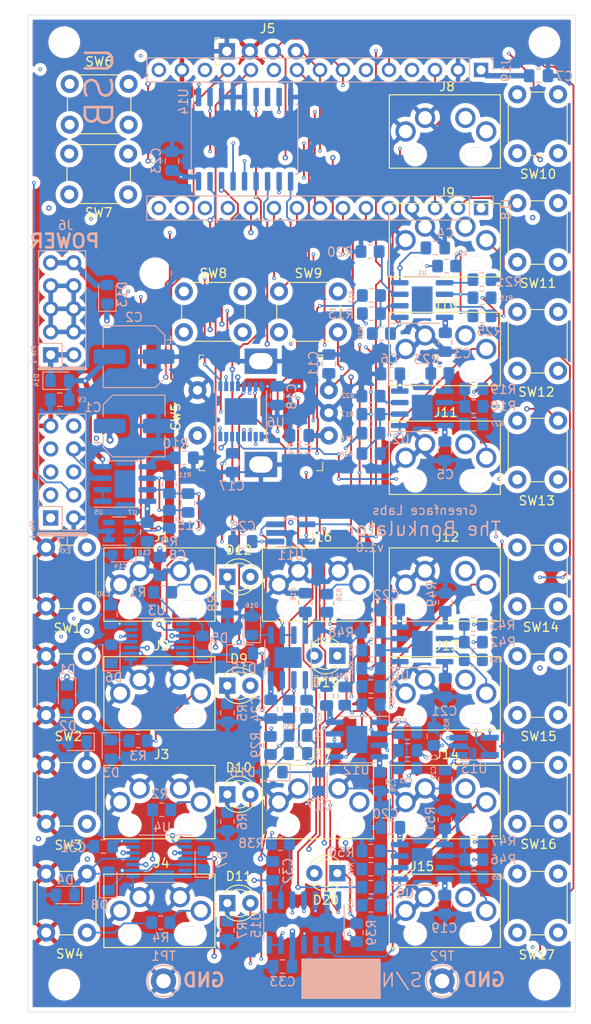
<source format=kicad_pcb>
(kicad_pcb (version 20211014) (generator pcbnew)
  (layers (0 "F.Cu" signal) (1 "In1.Cu" signal) (2 "In2.Cu" signal) (31 "B.Cu" signal) (34 "B.Paste" user) (35 "F.Paste" user) (36 "B.SilkS" user "B.Silkscreen") (37 "F.SilkS" user "F.Silkscreen") (38 "B.Mask" user) (39 "F.Mask" user) (44 "Edge.Cuts" user))
  (net 0 "")
  (net 1 "Reset")
  (net 2 "GND")
  (net 3 "A")
  (net 4 "B")
  (net 5 "P")
  (net 6 "KEYBINT")
  (net 7 "T1 LED")
  (net 8 "T2 LED")
  (net 9 "T3")
  (net 10 "T2")
  (net 11 "+3V3")
  (net 12 "3.3VRef")
  (net 13 "R0")
  (net 14 "R1")
  (net 15 "R2")
  (net 16 "R3")
  (net 17 "SDA")
  (net 18 "SCL")
  (net 19 "T3 LED")
  (net 20 "+12V")
  (net 21 "-12V")
  (net 22 "-1.65V")
  (net 23 "Net-(C15-Pad2)")
  (net 24 "Net-(D1-Pad1)")
  (net 25 "Net-(D2-Pad1)")
  (net 26 "Net-(D3-Pad1)")
  (net 27 "Net-(D4-Pad1)")
  (net 28 "Net-(D9-Pad1)")
  (net 29 "T1")
  (net 30 "Net-(D10-Pad1)")
  (net 31 "T0")
  (net 32 "Net-(D11-Pad1)")
  (net 33 "T0 LED")
  (net 34 "Net-(D12-Pad1)")
  (net 36 "Net-(D13-Pad2)")
  (net 37 "Net-(R10-Pad1)")
  (net 38 "Net-(R12-Pad1)")
  (net 40 "Net-(R14-Pad1)")
  (net 42 "Net-(R16-Pad1)")
  (net 44 "Net-(R18-Pad1)")
  (net 46 "Net-(R20-Pad1)")
  (net 47 "Net-(R21-Pad1)")
  (net 48 "Net-(R22-Pad1)")
  (net 49 "Net-(R23-Pad1)")
  (net 50 "Net-(C13-Pad2)")
  (net 51 "Net-(J8-Pad2)")
  (net 52 "A4")
  (net 54 "A5")
  (net 56 "Net-(R44-Pad1)")
  (net 57 "A6")
  (net 59 "Net-(R46-Pad1)")
  (net 60 "A7")
  (net 62 "Net-(R48-Pad1)")
  (net 63 "Net-(R49-Pad1)")
  (net 64 "Net-(R50-Pad1)")
  (net 65 "Net-(R51-Pad1)")
  (net 66 "Net-(J9-Pad2)")
  (net 67 "Net-(R40-Pad1)")
  (net 68 "Net-(R42-Pad1)")
  (net 69 "Net-(J13-Pad2)")
  (net 70 "Net-(J15-Pad2)")
  (net 71 "Net-(J10-Pad2)")
  (net 72 "Net-(SW6-Pad1)")
  (net 73 "Net-(SW10-Pad2)")
  (net 74 "Net-(SW11-Pad2)")
  (net 75 "Net-(SW12-Pad2)")
  (net 76 "Net-(SW13-Pad2)")
  (net 77 "Net-(SW10-Pad1)")
  (net 78 "Net-(SW14-Pad1)")
  (net 81 "Net-(U5-Pad1)")
  (net 82 "Net-(J1-Pad2)")
  (net 83 "Net-(J2-Pad2)")
  (net 84 "Net-(J3-Pad2)")
  (net 85 "Net-(J4-Pad2)")
  (net 86 "A0")
  (net 87 "A1")
  (net 88 "A2")
  (net 89 "A3")
  (net 90 "CS")
  (net 91 "DIN")
  (net 92 "DOUT")
  (net 93 "CLK")
  (net 94 "Net-(D14-Pad1)")
  (net 99 "Net-(J11-Pad2)")
  (net 100 "Net-(J12-Pad2)")
  (net 101 "Net-(J14-Pad2)")
  (net 102 "Net-(J16-Pad2)")
  (net 103 "Net-(R30-Pad1)")
  (net 104 "Net-(U10-Pad6)")
  (net 105 "Net-(C26-Pad2)")
  (net 106 "Net-(J17-Pad2)")
  (net 107 "Net-(R35-Pad1)")
  (net 108 "Net-(U12-Pad6)")
  (net 109 "Net-(R28-Pad1)")
  (net 110 "Net-(R31-Pad1)")
  (net 111 "Net-(R33-Pad1)")
  (net 112 "Net-(D19-Pad1)")
  (net 113 "Net-(D20-Pad1)")
  (net 114 "Net-(R38-Pad1)")
  (net 115 "Net-(R39-Pad1)")
  (net 116 "Net-(R36-Pad1)")
  (footprint "Button_Switch_THT:SW_PUSH_6mm" (layer "F.Cu") (at 104 139.25 90)
    (fp_text reference "SW16")
    (fp_text value "Push Button")
  )
  (footprint "LED_THT:LED_D3.0mm" (layer "F.Cu") (at 84.14 120.7 180)
    (fp_text reference "D19")
    (fp_text value "RED LED")
  )
  (footprint "Button_Switch_THT:SW_PUSH_6mm" (layer "F.Cu") (at 104 151.25 90)
    (fp_text reference "SW17")
    (fp_text value "Push Button")
  )
  (footprint "sputterizer:Molex-0472570001" (layer "F.Cu") (at 96 148.85)
    (fp_text reference "J15")
    (fp_text value "3.5mm Jack")
  )
  (footprint "Button_Switch_THT:SW_PUSH_6mm" (layer "F.Cu") (at 104 65.25 90)
    (fp_text reference "SW10")
    (fp_text value "Push Button")
  )
  (footprint "Button_Switch_THT:SW_PUSH_6mm" (layer "F.Cu") (at 104 127.25 90)
    (fp_text reference "SW15")
    (fp_text value "Push Button")
  )
  (footprint "Button_Switch_THT:SW_PUSH_6mm" (layer "F.Cu") (at 61.1 62.1 180)
    (fp_text reference "SW6")
    (fp_text value "Push Button")
  )
  (footprint "MountingHole:MountingHole_2.5mm" (layer "F.Cu") (at 107 53)
    (fp_text reference "H4" hide)
    (fp_text value "MountingHole")
  )
  (footprint "sputterizer:Molex-0472570001" (layer "F.Cu") (at 96 62.85)
    (fp_text reference "J8")
    (fp_text value "3.5mm Jack")
  )
  (footprint "Button_Switch_THT:SW_PUSH_6mm" (layer "F.Cu") (at 104 89.25 90)
    (fp_text reference "SW12")
    (fp_text value "Push Button")
  )
  (footprint "sputterizer:Molex-0472570001" (layer "F.Cu") (at 82 112.85)
    (fp_text reference "J16")
    (fp_text value "3.5mm Jack")
  )
  (footprint "Button_Switch_THT:SW_PUSH_6mm" (layer "F.Cu") (at 61.05 69.8 180)
    (fp_text reference "SW7")
    (fp_text value "Push Button")
  )
  (footprint "Button_Switch_THT:SW_PUSH_6mm" (layer "F.Cu") (at 52 151.25 90)
    (fp_text reference "SW4")
    (fp_text value "Push Button")
  )
  (footprint "digikey-footprints:Rotary_Encoder_Switched_PEC11R" (layer "F.Cu") (at 75.7 99.6 90)
    (fp_text reference "SW5")
    (fp_text value "Adj")
  )
  (footprint "LED_THT:LED_D3.0mm" (layer "F.Cu") (at 72 112)
    (fp_text reference "D12")
    (fp_text value "GREEN LED")
  )
  (footprint "Button_Switch_THT:SW_PUSH_6mm" (layer "F.Cu") (at 104 115.25 90)
    (fp_text reference "SW14")
    (fp_text value "Push Button")
  )
  (footprint "Button_Switch_THT:SW_PUSH_6mm" (layer "F.Cu") (at 52 115.25 90)
    (fp_text reference "SW1")
    (fp_text value "Push Button")
  )
  (footprint "sputterizer:Molex-0472570001" (layer "F.Cu") (at 82 136.85)
    (fp_text reference "J17")
    (fp_text value "3.5mm Jack")
  )
  (footprint "Button_Switch_THT:SW_PUSH_6mm" (layer "F.Cu") (at 52 139.25 90)
    (fp_text reference "SW3")
    (fp_text value "Push Button")
  )
  (footprint "MountingHole:MountingHole_2.5mm" (layer "F.Cu") (at 54 53)
    (fp_text reference "H3")
    (fp_text value "MountingHole")
  )
  (footprint "sputterizer:MountingHole_2.5mm-No-Margin" (layer "F.Cu") (at 64.05 78.5)
    (fp_text reference "H5" hide)
    (fp_text value "MountingHole")
  )
  (footprint "sputterizer:Molex-0472570001" (layer "F.Cu") (at 96 112.85)
    (fp_text reference "J12")
    (fp_text value "3.5mm Jack")
  )
  (footprint "LED_THT:LED_D3.0mm" (layer "F.Cu") (at 72 136)
    (fp_text reference "D10")
    (fp_text value "YELLOW LED")
  )
  (footprint "LED_THT:LED_D3.0mm" (layer "F.Cu") (at 84.14 144.7 180)
    (fp_text reference "D20")
    (fp_text value "RED LED")
  )
  (footprint "MountingHole:MountingHole_2.5mm" (layer "F.Cu") (at 107 157)
    (fp_text reference "H1" hide)
    (fp_text value "MountingHole")
  )
  (footprint "LED_THT:LED_D3.0mm" (layer "F.Cu") (at 72 124)
    (fp_text reference "D9")
    (fp_text value "BLUE LED")
  )
  (footprint "sputterizer:Molex-0472570001" (layer "F.Cu") (at 64.5 112.85)
    (fp_text reference "J1")
    (fp_text value "3.5mm Jack")
  )
  (footprint "sputterizer:Molex-0472570001" (layer "F.Cu") (at 64.5 124.85)
    (fp_text reference "J2")
    (fp_text value "3.5mm Jack")
  )
  (footprint "sputterizer:Molex-0472570001" (layer "F.Cu") (at 64.5 136.85)
    (fp_text reference "J3")
    (fp_text value "3.5mm Jack")
  )
  (footprint "sputterizer:Molex-0472570001" (layer "F.Cu") (at 96 136.85)
    (fp_text reference "J14")
    (fp_text value "3.5mm Jack")
  )
  (footprint "MountingHole:MountingHole_2.5mm" (layer "F.Cu") (at 54 157)
    (fp_text reference "H2" hide)
    (fp_text value "MountingHole")
  )
  (footprint "Button_Switch_THT:SW_PUSH_6mm" (layer "F.Cu") (at 104 101.25 90)
    (fp_text reference "SW13")
    (fp_text value "Push Button")
  )
  (footprint "sputterizer:MountingHole_2.5mm-No-Margin" (layer "F.Cu") (at 87.45 78.5)
    (fp_text reference "H6" hide)
    (fp_text value "MountingHole")
  )
  (footprint "sputterizer:Molex-0472570001" (layer "F.Cu") (at 96 86.85)
    (fp_text reference "J10")
    (fp_text value "3.5mm Jack")
  )
  (footprint "Button_Switch_THT:SW_PUSH_6mm" (layer "F.Cu") (at 104 77.25 90)
    (fp_text reference "SW11")
    (fp_text value "Push Button")
  )
  (footprint "sputterizer:Molex-0472570001" (layer "F.Cu") (at 96 124.85)
    (fp_text reference "J13")
    (fp_text value "3.5mm Jack")
  )
  (footprint "sputterizer:Molex-0472570001" (layer "F.Cu") (at 96 98.85)
    (fp_text reference "J11")
    (fp_text value "3.5mm Jack")
  )
  (footprint "sputterizer:Molex-0472570001" (layer "F.Cu") (at 64.5 148.85)
    (fp_text reference "J4")
    (fp_text value "3.5mm Jack")
  )
  (footprint "sputterizer:OLED_Header_Slim" (layer "F.Cu") (at 71.94 54)
    (fp_text reference "J5")
    (fp_text value "Display Header")
  )
  (footprint "Button_Switch_THT:SW_PUSH_6mm" (layer "F.Cu") (at 52 127.25 90)
    (fp_text reference "SW2")
    (fp_text value "Push Button")
  )
  (footprint "sputterizer:Molex-0472570001" (layer "F.Cu") (at 96 74.85)
    (fp_text reference "J9")
    (fp_text value "3.5mm Jack")
  )
  (footprint "LED_THT:LED_D3.0mm" (layer "F.Cu") (at 72 148)
    (fp_text reference "D11")
    (fp_text value "RED LED")
  )
  (footprint "Button_Switch_THT:SW_PUSH_6mm" (layer "F.Cu") (at 77.7 80.5)
    (fp_text reference "SW9")
    (fp_text value "Push Button")
  )
  (footprint "Button_Switch_THT:SW_PUSH_6mm" (layer "F.Cu") (at 67.2 80.5)
    (fp_text reference "SW8")
    (fp_text value "Push Button")
  )
  (footprint "Resistor_SMD:R_0805_2012Metric_Pad1.20x1.40mm_HandSolder" (layer "B.Cu") (at 99.2 91.25)
    (fp_text reference "R19")
    (fp_text value "100K .1%")
  )
  (footprint "Resistor_SMD:R_0805_2012Metric_Pad1.20x1.40mm_HandSolder" (layer "B.Cu") (at 87.85 122.1 180)
    (fp_text reference "R40")
    (fp_text value "100K .1%")
  )
  (footprint "Capacitor_SMD:C_0805_2012Metric_Pad1.18x1.45mm_HandSolder" (layer "B.Cu") (at 83.2 88.5 90)
    (fp_text reference "C11")
    (fp_text value "10nF")
  )
  (footprint "Capacitor_SMD:C_0805_2012Metric_Pad1.18x1.45mm_HandSolder" (layer "B.Cu") (at 80.6 114.8375 90)
    (fp_text reference "C16")
    (fp_text value "100nF")
  )
  (footprint "Resistor_SMD:R_0805_2012Metric_Pad1.20x1.40mm_HandSolder" (layer "B.Cu") (at 87.9 82.95 180)
    (fp_text reference "R13")
    (fp_text value "100K .1%")
  )
  (footprint "Resistor_SMD:R_0805_2012Metric_Pad1.20x1.40mm_HandSolder" (layer "B.Cu") (at 67.25 98.85)
    (fp_text reference "R10")
    (fp_text value "68K")
  )
  (footprint "Diode_SMD:D_0805_2012Metric_Pad1.15x1.40mm_HandSolder" (layer "B.Cu") (at 69.4 143.275 90)
    (fp_text reference "D7")
    (fp_text value "BAT46")
  )
  (footprint "Resistor_SMD:R_0805_2012Metric_Pad1.20x1.40mm_HandSolder" (layer "B.Cu") (at 99.15 119.2)
    (fp_text reference "R42")
    (fp_text value "100K .1%")
  )
  (footprint "Package_SO:SOIC-8-1EP_3.9x4.9mm_P1.27mm_EP2.29x3mm" (layer "B.Cu") (at 93.5 93.4)
    (fp_text reference "U2")
    (fp_text value "TLV2172IDR")
  )
  (footprint "Resistor_SMD:R_0805_2012Metric_Pad1.20x1.40mm_HandSolder" (layer "B.Cu") (at 87.85 144.25 180)
    (fp_text reference "R45")
    (fp_text value "100K .1%")
  )
  (footprint "Resistor_SMD:R_0805_2012Metric_Pad1.20x1.40mm_HandSolder" (layer "B.Cu") (at 87.85 96.15 180)
    (fp_text reference "R16")
    (fp_text value "100K .1%")
  )
  (footprint "Capacitor_SMD:C_0805_2012Metric_Pad1.18x1.45mm_HandSolder" (layer "B.Cu") (at 59.1 116.15 90)
    (fp_text reference "C30")
    (fp_text value "100nF")
  )
  (footprint "Resistor_SMD:R_0805_2012Metric_Pad1.20x1.40mm_HandSolder" (layer "B.Cu") (at 77.85 141.45 180)
    (fp_text reference "R38")
    (fp_text value "1K")
  )
  (footprint "Resistor_SMD:R_0805_2012Metric_Pad1.20x1.40mm_HandSolder" (layer "B.Cu") (at 96.05 114.8 90)
    (fp_text reference "R49")
    (fp_text value "43K")
  )
  (footprint "Resistor_SMD:R_0805_2012Metric_Pad1.20x1.40mm_HandSolder" (layer "B.Cu") (at 99.2 145.15)
    (fp_text reference "R55")
    (fp_text value "332K .1%")
  )
  (footprint "Resistor_SMD:R_0805_2012Metric_Pad1.20x1.40mm_HandSolder" (layer "B.Cu") (at 99.2 93.2)
    (fp_text reference "R18")
    (fp_text value "100K .1%")
  )
  (footprint "Capacitor_SMD:C_0805_2012Metric_Pad1.18x1.45mm_HandSolder" (layer "B.Cu") (at 96 148.15 -90)
    (fp_text reference "C19")
    (fp_text value "100nF")
  )
  (footprint "Package_TO_SOT_SMD:TSOT-23-5_HandSoldering" (layer "B.Cu") (at 79 107.15)
    (fp_text reference "U11")
    (fp_text value "MCP3021")
  )
  (footprint "Package_SO:SOIC-8-1EP_3.9x4.9mm_P1.27mm_EP2.29x3mm" (layer "B.Cu") (at 93.5 143.45)
    (fp_text reference "U9")
    (fp_text value "TLV2172IDR")
  )
  (footprint "Capacitor_SMD:C_0805_2012Metric_Pad1.18x1.45mm_HandSolder" (layer "B.Cu") (at 65.89375 66.10625 90)
    (fp_text reference "C23")
    (fp_text value "100nF")
  )
  (footprint "Resistor_SMD:R_0805_2012Metric_Pad1.20x1.40mm_HandSolder" (layer "B.Cu") (at 99.15 117.25)
    (fp_text reference "R43")
    (fp_text value "100K .1%")
  )
  (footprint "Diode_SMD:D_0805_2012Metric_Pad1.15x1.40mm_HandSolder" (layer "B.Cu") (at 77.05 133.55 180)
    (fp_text reference "D18")
    (fp_text value "BAT46")
  )
  (footprint "Capacitor_SMD:C_0805_2012Metric_Pad1.18x1.45mm_HandSolder" (layer "B.Cu") (at 64.55 110.85 -90)
    (fp_text reference "C8")
    (fp_text value "100nF")
  )
  (footprint "Resistor_SMD:R_0805_2012Metric_Pad1.20x1.40mm_HandSolder" (layer "B.Cu") (at 87.85 98.4 180)
    (fp_text reference "R26")
    (fp_text value "332K .1%")
  )
  (footprint "Resistor_SMD:R_0805_2012Metric_Pad1.20x1.40mm_HandSolder" (layer "B.Cu") (at 96 138.8 90)
    (fp_text reference "R51")
    (fp_text value "43K")
  )
  (footprint "Resistor_SMD:R_0805_2012Metric_Pad1.20x1.40mm_HandSolder" (layer "B.Cu") (at 64.75 137.7)
    (fp_text reference "R2")
    (fp_text value "10K")
  )
  (footprint "Resistor_SMD:R_0805_2012Metric_Pad1.20x1.40mm_HandSolder" (layer "B.Cu") (at 100.1 81.2)
    (fp_text reference "R15")
    (fp_text value "100K .1%")
  )
  (footprint "Capacitor_SMD:C_0805_2012Metric_Pad1.18x1.45mm_HandSolder" (layer "B.Cu") (at 67.65 103.85 -90)
    (fp_text reference "C15")
    (fp_text value "100nF")
  )
  (footprint "Resistor_SMD:R_0805_2012Metric_Pad1.20x1.40mm_HandSolder" (layer "B.Cu") (at 87.85 92.05 180)
    (fp_text reference "R22")
    (fp_text value "43K")
  )
  (footprint "Package_SO:SOIC-8-1EP_3.9x4.9mm_P1.27mm_EP2.29x3mm" (layer "B.Cu") (at 93.5 119.45)
    (fp_text reference "U8")
    (fp_text value "TLV2172IDR")
  )
  (footprint "Diode_SMD:D_0805_2012Metric_Pad1.15x1.40mm_HandSolder" (layer "B.Cu") (at 58.85 145.55 90)
    (fp_text reference "D8")
    (fp_text value "BAT46")
  )
  (footprint "Package_SO:SOIC-18W_7.5x11.6mm_P1.27mm" (layer "B.Cu") (at 73.9 63.7 -90)
    (fp_text reference "U14")
    (fp_text value "MCP23008-xSO")
  )
  (footprint "Capacitor_SMD:C_0805_2012Metric_Pad1.18x1.45mm_HandSolder" (layer "B.Cu") (at 88.8 134.6 90)
    (fp_text reference "C28")
    (fp_text value "100nF")
  )
  (footprint "Capacitor_SMD:C_0805_2012Metric_Pad1.18x1.45mm_HandSolder" (layer "B.Cu") (at 63.15 107.05 -90)
    (fp_text reference "C10")
    (fp_text value "100nF")
  )
  (footprint "Resistor_SMD:R_0805_2012Metric_Pad1.20x1.40mm_HandSolder" (layer "B.Cu") (at 99.2 143.2)
    (fp_text reference "R46")
    (fp_text value "100K .1%")
  )
  (footprint "Package_SO:SOIC-8-1EP_3.9x4.9mm_P1.27mm_EP2.29x3mm" (layer "B.Cu") (at 86.3 129.95 180)
    (fp_text reference "U12")
    (fp_text value "TLV2172IDR")
  )
  (footprint "Capacitor_SMD:C_0805_2012Metric_Pad1.18x1.45mm_HandSolder" (layer "B.Cu") (at 90 115.65)
    (fp_text reference "C22")
    (fp_text value "100nF")
  )
  (footprint "Resistor_SMD:R_0805_2012Metric_Pad1.20x1.40mm_HandSolder" (layer "B.Cu") (at 87.85 94.05 180)
    (fp_text reference "R17")
    (fp_text value "100K .1%")
  )
  (footprint "Capacitor_SMD:C_0805_2012Metric_Pad1.18x1.45mm_HandSolder" (layer "B.Cu") (at 90 139.65)
    (fp_text reference "C20")
    (fp_text value "100nF")
  )
  (footprint "Capacitor_SMD:C_0805_2012Metric_Pad1.18x1.45mm_HandSolder" (layer "B.Cu") (at 79.95 96.4 180)
    (fp_text reference "C12")
    (fp_text value "10nF")
  )
  (footprint "Resistor_SMD:R_0805_2012Metric_Pad1.20x1.40mm_HandSolder" (layer "B.Cu") (at 87.9 80.95 180)
    (fp_text reference "R12")
    (fp_text value "100K .1%")
  )
  (footprint "Resistor_SMD:R_0805_2012Metric_Pad1.20x1.40mm_HandSolder" (layer "B.Cu") (at 64.85 113.7)
    (fp_text reference "R1")
    (fp_text value "10K")
  )
  (footprint "Resistor_SMD:R_0805_2012Metric_Pad1.20x1.40mm_HandSolder" (layer "B.Cu") (at 80.75 126.6 90)
    (fp_text reference "R32")
    (fp_text value "10K")
  )
  (footprint "Capacitor_SMD:C_0805_2012Metric_Pad1.18x1.45mm_HandSolder" (layer "B.Cu") (at 58.3 141.75 180)
    (fp_text reference "C31")
    (fp_text value "100nF")
  )
  (footprint "Diode_SMD:D_0805_2012Metric_Pad1.15x1.40mm_HandSolder" (layer "B.Cu") (at 58.75 80.825 90)
    (fp_text reference "D13")
    (fp_text value "BAT46")
  )
  (footprint "Package_SO:SOIC-14_3.9x8.7mm_P1.27mm" (layer "B.Cu") (at 80.45 150.15 -90)
    (fp_text reference "U15")
    (fp_text value "LM339")
  )
  (footprint "Resistor_SMD:R_0805_2012Metric_Pad1.20x1.40mm_HandSolder" (layer "B.Cu") (at 87.85 126.1)
    (fp_text reference "R37")
    (fp_text value "10K")
  )
  (footprint "Package_SO:TSSOP-14_4.4x5mm_P0.65mm" (layer "B.Cu") (at 64.45 143.1 180)
    (fp_text reference "U4")
    (fp_text value "CD4013BPWR")
  )
  (footprint "Diode_SMD:D_0805_2012Metric_Pad1.15x1.40mm_HandSolder" (layer "B.Cu") (at 82.05 134.6 90)
    (fp_text reference "D17")
    (fp_text value "BAT46")
  )
  (footprint "Resistor_SMD:R_0805_2012Metric_Pad1.20x1.40mm_HandSolder" (layer "B.Cu") (at 99.2 95.15)
    (fp_text reference "R27")
    (fp_text value "332K .1%")
  )
  (footprint "Resistor_SMD:R_0805_2012Metric_Pad1.20x1.40mm_HandSolder" (layer "B.Cu") (at 65.6 105.65 -90)
    (fp_text reference "R9")
    (fp_text value "200K .1%")
  )
  (footprint "Capacitor_SMD:C_0805_2012Metric_Pad1.18x1.45mm_HandSolder" (layer "B.Cu") (at 79.8 131.5)
    (fp_text reference "C13")
    (fp_text value "10nF")
  )
  (footprint "Diode_SMD:D_0805_2012Metric_Pad1.15x1.40mm_HandSolder" (layer "B.Cu") (at 59.2 120.5 90)
    (fp_text reference "D6")
    (fp_text value "BAT46")
  )
  (footprint "Capacitor_SMD:C_0805_2012Metric_Pad1.18x1.45mm_HandSolder" (layer "B.Cu") (at 78.1 155)
    (fp_text reference "C33")
    (fp_text value "100nF")
  )
  (footprint "Resistor_SMD:R_0805_2012Metric_Pad1.20x1.40mm_HandSolder" (layer "B.Cu") (at 87.85 142.25 180)
    (fp_text reference "R50")
    (fp_text value "43K")
  )
  (footprint "Capacitor_SMD:CP_Elec_6.3x5.4_Nichicon" (layer "B.Cu") (at 61.7 87.7 180)
    (fp_text reference "C2")
    (fp_text value "100uF")
  )
  (footprint "Diode_SMD:D_0805_2012Metric_Pad1.15x1.40mm_HandSolder" (layer "B.Cu") (at 54.1 147.1 180)
    (fp_text reference "D4")
    (fp_text value "BAT46")
  )
  (footprint "Resistor_SMD:R_0805_2012Metric_Pad1.20x1.40mm_HandSolder" (layer "B.Cu") (at 91.9 129.2 180)
    (fp_text reference "R36")
    (fp_text value "100K .1%")
  )
  (footprint "Capacitor_SMD:C_0805_2012Metric_Pad1.18x1.45mm_HandSolder" (layer "B.Cu") (at 96.05 86.1 -90)
    (fp_text reference "C3")
    (fp_text value "100nF")
  )
  (footprint "Resistor_SMD:R_0805_2012Metric_Pad1.20x1.40mm_HandSolder" (layer "B.Cu") (at 87.85 146.25 180)
    (fp_text reference "R44")
    (fp_text value "100K .1%")
  )
  (footprint "Resistor_SMD:R_0805_2012Metric_Pad1.20x1.40mm_HandSolder" (layer "B.Cu") (at 99.15 121.15)
    (fp_text reference "R53")
    (fp_text value "332K .1%")
  )
  (footprint "Package_SO:SOIC-8-1EP_3.9x4.9mm_P1.27mm_EP2.29x3mm" (layer "B.Cu") (at 93.5 81.45)
    (fp_text reference "U1")
    (fp_text value "TLV2172IDR")
  )
  (footprint "Package_SO:TSSOP-16-1EP_4.4x5mm_P0.65mm" (layer "B.Cu") (at 73.5 93.75 90)
    (fp_text reference "U6")
    (fp_text value "LTC1660CGN")
  )
  (footprint "Resistor_SMD:R_0805_2012Metric_Pad1.20x1.40mm_HandSolder" (layer "B.Cu") (at 84.95 125.15 90)
    (fp_text reference "R34")
    (fp_text value "100K .1%")
  )
  (footprint "Resistor_SMD:R_0805_2012Metric_Pad1.20x1.40mm_HandSolder" (layer "B.Cu") (at 78.8 126.6 -90)
    (fp_text reference "R30")
    (fp_text value "43K")
  )
  (footprint "Resistor_SMD:R_0805_2012Metric_Pad1.20x1.40mm_HandSolder" (layer "B.Cu") (at 100.1 79.2)
    (fp_text reference "R21")
    (fp_text value "43K")
  )
  (footprint "sputterizer:ArduinoConnector" (layer "B.Cu") (at 100 56.06 90)
    (fp_text reference "J19")
    (fp_text value "Conn_01x15_Female")
  )
  (footprint "Capacitor_SMD:C_0805_2012Metric_Pad1.18x1.45mm_HandSolder" (layer "B.Cu") (at 94.95 75.7 180)
    (fp_text reference "C4")
    (fp_text value "100nF")
  )
  (footprint "Resistor_SMD:R_0805_2012Metric_Pad1.20x1.40mm_HandSolder" (layer "B.Cu") (at 89 85.15 180)
    (fp_text reference "R24")
    (fp_text value "332K .1%")
  )
  (footprint "Package_SO:SOIC-8-1EP_3.9x4.9mm_P1.27mm_EP2.29x3mm" (layer "B.Cu") (at 78.7 120.9 90)
    (fp_text reference "U10")
    (fp_text value "TLV2172IDR")
  )
  (footprint "Connector_PinHeader_2.54mm:PinHeader_2x05_P2.54mm_Vertical" (layer "B.Cu") (at 52.5 87.5)
    (fp_text reference "J6")
    (fp_text value "EU Power")
  )
  (footprint "Resistor_SMD:R_0805_2012Metric_Pad1.20x1.40mm_HandSolder" (layer "B.Cu") (at 72 127 90)
    (fp_text reference "R5")
    (fp_text value "1K")
  )
  (footprint "Capacitor_SMD:C_0805_2012Metric_Pad1.18x1.45mm_HandSolder" (layer "B.Cu") (at 90 89.6)
    (fp_text reference "C6")
    (fp_text value "100nF")
  )
  (footprint "Capacitor_SMD:C_0805_2012Metric_Pad1.18x1.45mm_HandSolder" (layer "B.Cu") (at 96.05 124.2 -90)
    (fp_text reference "C21")
    (fp_text value "100nF")
  )
  (footprint "Resistor_SMD:R_0805_2012Metric_Pad1.20x1.40mm_HandSolder" (layer "B.Cu") (at 79.8 129.5 180)
    (fp_text reference "R31")
    (fp_text value "100K .1%")
  )
  (footprint "sputterizer:ArduinoConnector" (layer "B.Cu") (at 100 71.3 90)
    (fp_text reference "J18")
    (fp_text value "Conn_01x15_Female")
  )
  (footprint "Diode_SMD:D_0805_2012Metric_Pad1.15x1.40mm_HandSolder" (layer "B.Cu") (at 54.3 125 -90)
    (fp_text reference "D1")
    (fp_text value "BAT46")
  )
  (footprint "Capacitor_SMD:C_0805_2012Metric_Pad1.18x1.45mm_HandSolder" (layer "B.Cu") (at 96.05 134.35 -90)
    (fp_text reference "C29")
    (fp_text value "100nF")
  )
  (footprint "Capacitor_SMD:C_0805_2012Metric_Pad1.18x1.45mm_HandSolder" (layer "B.Cu") (at 76.8 126.6 90)
    (fp_text reference "C24")
    (fp_text value "100nF")
  )
  (footprint "Resistor_SMD:R_0805_2012Metric_Pad1.20x1.40mm_HandSolder" (layer "B.Cu") (at 87.85 148.25 180)
    (fp_text reference "R54")
    (fp_text value "332K .1%")
  )
  (footprint "Capacitor_SMD:C_0805_2012Metric_Pad1.18x1.45mm_HandSolder" (layer "B.Cu") (at 82.95 125.15 90)
    (fp_text reference "C27")
    (fp_text value "100nF")
  )
  (footprint "Package_SO:TSSOP-14_4.4x5mm_P0.65mm" (layer "B.Cu") (at 64.2 119.15 180)
    (fp_text reference "U3")
    (fp_text value "CD4013BPWR")
  )
  (footprint "Resistor_SMD:R_0805_2012Metric_Pad1.20x1.40mm_HandSolder" (layer "B.Cu") (at 65.6 101.8 90)
    (fp_text reference "R11")
    (fp_text value "100K .1%")
  )
  (footprint "Diode_SMD:D_0805_2012Metric_Pad1.15x1.40mm_HandSolder" (layer "B.Cu") (at 59.15 131.05 -90)
    (fp_text reference "D3")
    (fp_text value "BAT46")
  )
  (footprint "Capacitor_SMD:C_0805_2012Metric_Pad1.18x1.45mm_HandSolder" (layer "B.Cu") (at 77 144.45 90)
    (fp_text reference "C32")
    (fp_text value "100nF")
  )
  (footprint "Connector_PinHeader_2.54mm:PinHeader_2x05_P2.54mm_Vertical" (layer "B.Cu") (at 52.5 105.5)
    (fp_text reference "J7")
    (fp_text value "Expansion Header")
  )
  (footprint "Resistor_SMD:R_0805_2012Metric_Pad1.20x1.40mm_HandSolder" (layer "B.Cu") (at 95.45 89.55 180)
    (fp_text reference "R23")
    (fp_text value "43K")
  )
  (footprint "Capacitor_SMD:C_0805_2012Metric_Pad1.18x1.45mm_HandSolder" (layer "B.Cu") (at 106.35 56.7)
    (fp_text reference "C7")
    (fp_text value "330nF")
  )
  (footprint "Capacitor_SMD:C_0805_2012Metric_Pad1.18x1.45mm_HandSolder" (layer "B.Cu") (at 73.7 108.1 180)
    (fp_text reference "C25")
    (fp_text value "100nF")
  )
  (footprint "Capacitor_SMD:C_0805_2012Metric_Pad1.18x1.45mm_HandSolder" (layer "B.Cu") (at 96 98.1 -90)
    (fp_text reference "C5")
    (fp_text value "100nF")
  )
  (footprint "Resistor_SMD:R_0805_2012Metric_Pad1.20x1.40mm_HandSolder" (layer "B.Cu") (at 87.75 76.1 180)
    (fp_text reference "R20")
    (fp_text value "43K")
  )
  (footprint "Diode_SMD:D_0805_2012Metric_Pad1.15x1.40mm_HandSolder" (layer "B.Cu") (at 74.7 117.4 90)
    (fp_text reference "D16")
    (fp_text value "BAT46")
  )
  (footprint "Resistor_SMD:R_0805_2012Metric_Pad1.20x1.40mm_HandSolder" (layer "B.Cu") (at 91.9 133.1)
    (fp_text reference "R33")
    (fp_text value "332K .1%")
  )
  (footprint "Diode_SMD:D_0805_2012Metric_Pad1.15x1.40mm_HandSolder" (layer "B.Cu") (at 73.8 120.45)
    (fp_text reference "D15")
    (fp_text value "BAT46")
  )
  (footprint "Resistor_SMD:R_0805_2012Metric_Pad1.20x1.40mm_HandSolder" (layer "B.Cu") (at 72 139 90)
    (fp_text reference "R6")
    (fp_text value "1K")
  )
  (footprint "Resistor_SMD:R_0805_2012Metric_Pad1.20x1.40mm_HandSolder" (layer "B.Cu") (at 100.1 83.2 180)
    (fp_text reference "R25")
    (fp_text value "332K .1%")
  )
  (footprint "Resistor_SMD:R_0805_2012Metric_Pad1.20x1.40mm_HandSolder" (layer "B.Cu") (at 94.8 129.6 90)
    (fp_text reference "R35")
    (fp_text value "43K")
  )
  (footprint "Diode_SMD:D_0805_2012Metric_Pad1.15x1.40mm_HandSolder" (layer "B.Cu") (at 53.5 90.35)
    (fp_text reference "D14")
    (fp_text value "BAT46")
  )
  (footprint "Resistor_SMD:R_0805_2012Metric_Pad1.20x1.40mm_HandSolder" (layer "B.Cu") (at 87.85 120.1 180)
    (fp_text reference "R41")
    (fp_text value "100K .1%")
  )
  (footprint "Resistor_SMD:R_0805_2012Metric_Pad1.20x1.40mm_HandSolder" (layer "B.Cu") (at 86.25 151.25 90)
    (fp_text reference "R39")
    (fp_text value "1K")
  )
  (footprint "Resistor_SMD:R_0805_2012Metric_Pad1.20x1.40mm_HandSolder" (layer "B.Cu") (at 96.2 77.7 180)
    (fp_text reference "R14")
    (fp_text value "100K .1%")
  )
  (footprint "Diode_SMD:D_0805_2012Metric_Pad1.15x1.40mm_HandSolder" (layer "B.Cu") (at 69.25 119.55 90)
    (fp_text reference "D5")
    (fp_text value "BAT46")
  )
  (footprint "Capacitor_SMD:C_0805_2012Metric_Pad1.18x1.45mm_HandSolder" (layer "B.Cu") (at 77.5 92 -90)
    (fp_text reference "C18")
    (fp_text value "100nF")
  )
  (footprint "Package_SO:SOIC-8-1EP_3.9x4.9mm_P1.27mm_EP2.29x3mm" (layer "B.Cu") (at 60.7 101.75)
    (fp_text reference "U5")
    (fp_text value "TLV2172IDR")
  )
  (footprint "Resistor_SMD:R_0805_2012Metric_Pad1.20x1.40mm_HandSolder" (layer "B.Cu") (at 62.15 130.1)
    (fp_text reference "R3")
    (fp_text value "10K")
  )
  (footprint "Resistor_SMD:R_0805_2012Metric_Pad1.20x1.40mm_HandSolder" (layer "B.Cu") (at 87.85 118.1 180)
    (fp_text reference "R48")
    (fp_text value "43K")
  )
  (footprint "Resistor_SMD:R_0805_2012Metric_Pad1.20x1.40mm_HandSolder" (layer "B.Cu") (at 64.65 150.15)
    (fp_text reference "R4")
    (fp_text value "10K")
  )
  (footprint "Resistor_SMD:R_0805_2012Metric_Pad1.20x1.40mm_HandSolder" (layer "B.Cu") (at 87.85 124.1 180)
    (fp_text reference "R52")
    (fp_text value "332K .1%")
  )
  (footprint "Resistor_SMD:R_0805_2012Metric_Pad1.20x1.40mm_HandSolder" (layer "B.Cu") (at 72 115 90)
    (fp_text reference "R8")
    (fp_text value "1K")
  )
  (footprint "TestPoint:TestPoint_Keystone_5005-5009_Compact" (layer "B.Cu") (at 64.95 156.6 180)
    (fp_text reference "TP1")
    (fp_text value "TestPoint")
  )
  (footprint "Package_TO_SOT_SMD:TSOT-23-6" (layer "B.Cu") (at 60.05 106.95)
    (fp_text reference "U7")
    (fp_text value "LT1790-3.3")
  )
  (footprint "Resistor_SMD:R_0805_2012Metric_Pad1.20x1.40mm_HandSolder" (layer "B.Cu") (at 83 114.9 90)
    (fp_text reference "R28")
    (fp_text value "332K .1%")
  )
  (footprint "Capacitor_SMD:C_0805_2012Metric_Pad1.18x1.45mm_HandSolder" (layer "B.Cu") (at 53.5 92.45)
    (fp_text reference "C9")
    (fp_text value "100nF")
  )
  (footprint "Resistor_SMD:R_0805_2012Metric_Pad1.20x1.40mm_HandSolder" (layer "B.Cu") (at 72 151 90)
    (fp_text reference "R7")
    (fp_text value "1K")
  )
  (footprint "Resistor_SMD:R_0805_2012Metric_Pad1.20x1.40mm_HandSolder" (layer "B.Cu") (at 99.2 141.25)
    (fp_text reference "R47")
    (fp_text value "100K .1%")
  )
  (footprint "Capacitor_SMD:C_0805_2012Metric_Pad1.18x1.45mm_HandSolder" (layer "B.Cu") (at 91.9 131.15)
    (fp_text reference "C26")
    (fp_text value "10nF")
  )
  (footprint "Capacitor_SMD:C_0805_2012Metric_Pad1.18x1.45mm_HandSolder" (layer "B.Cu") (at 72.55 99.4 -90)
    (fp_text reference "C17")
    (fp_text value "100nF")
  )
  (footprint "Diode_SMD:D_0805_2012Metric_Pad1.15x1.40mm_HandSolder" (layer "B.Cu") (at 55.45 130.2 180)
    (fp_text reference "D2")
    (fp_text value "BAT46")
  )
  (footprint "Package_TO_SOT_SMD:TSOT-23-5_HandSoldering" (layer "B.Cu") (at 99.25 130.7)
    (fp_text reference "U13")
    (fp_text value "MCP3021")
  )
  (footprint "Resistor_SMD:R_0805_2012Metric_Pad1.20x1.40mm_HandSolder" (layer "B.Cu") (at 76.75 130.6 90)
    (fp_text reference "R29")
    (fp_text value "100K .1%")
  )
  (footprint "Capacitor_SMD:CP_Elec_6.3x5.4_Nichicon" (layer "B.Cu") (at 61.7 95.35)
    (fp_text reference "C1")
    (fp_text value "100uF")
  )
  (footprint "Capacitor_Tantalum_SMD:CP_EIA-2012-15_AVX-P" (layer "B.Cu") (at 60.2 109.55 180)
    (fp_text reference "C14")
    (fp_text value "2.2uF")
  )
  (footprint "TestPoint:TestPoint_Keystone_5005-5009_Compact" (layer "B.Cu") (at 95.7 156.6 180)
    (fp_text reference "TP2")
    (fp_text value "TestPoint")
  )
  (gr_line (start 51.2 107.3) (end 56.4 107.3) (layer "B.SilkS") (width 0.5))
  (gr_line (start 51.2 89.05) (end 56.4 89.05) (layer "B.SilkS") (width 0.3))
  (gr_rect (start 88.85 154.2) (end 80.25 158.5) (layer "B.SilkS") (width 0.15) (fill solid))
  (gr_line (start 50 50) (end 110.4 50) (layer "Edge.Cuts") (width 0.05))
  (gr_line (start 110.4 50) (end 110.4 160) (layer "Edge.Cuts") (width 0.05))
  (gr_line (start 110.4 160) (end 50 160) (layer "Edge.Cuts") (width 0.05))
  (gr_line (start 50 160) (end 50 50) (layer "Edge.Cuts") (width 0.05))
  (gr_text "Pin 1" (at 50.5 106.8 90) (layer "B.SilkS") (effects (font (size 0.5 0.5) (thickness 0.1)) (justify mirror)))
  (gr_text "Pin 1" (at 50.65 87.5 90) (layer "B.SilkS") (effects (font (size 0.5 0.5) (thickness 0.1)) (justify mirror)))
  (gr_text "GND" (at 100.35 156.45) (layer "B.SilkS") (effects (font (size 1.5 1.5) (thickness 0.3)) (justify mirror)))
  (gr_text "EXP" (at 54 109.15) (layer "B.SilkS") (effects (font (size 0.5 0.5) (thickness 0.1)) (justify mirror)))
  (gr_text "Greenface Labs" (at 93.8 104.65) (layer "B.SilkS") (effects (font (size 1 1)) (justify mirror)))
  (gr_text "S/N" (at 91.25 156.5) (layer "B.SilkS") (effects (font (size 1.5 1.5) (thickness 0.175)) (justify mirror)))
  (gr_text "GND" (at 69.4 156.5) (layer "B.SilkS") (effects (font (size 1.5 1.5) (thickness 0.3)) (justify mirror)))
  (gr_text "The Bonkulator" (at 93.7 106.7) (layer "B.SilkS") (effects (font (size 1.5 1.5)) (justify mirror)))
  (gr_text "v1.0" (at 87.7 108.75) (layer "B.SilkS") (effects (font (size 1 1)) (justify mirror)))
  (gr_text "POWER" (at 54.05 74.95) (layer "B.SilkS") (effects (font (size 1.5 1.5) (thickness 0.3)) (justify mirror)))
  (gr_text "USB" (at 57.9 57.95 90) (layer "B.SilkS") (effects (font (size 3 3) (thickness 0.3)) (justify mirror)))
  (segment (start 75.699511 84.838275) (end 74.238276 86.299511) (width 0.2) (layer "F.Cu") (net 1))
  (segment (start 94.92 71.3) (end 94.92 62.28) (width 0.2) (layer "F.Cu") (net 1))
  (segment (start 75.15 70.1) (end 75.299511 70.1) (width 0.2) (layer "F.Cu") (net 1))
  (segment (start 75.15 70.2) (end 75.17 60.58) (width 0.2) (layer "F.Cu") (net 1))
  (segment (start 72.55 89.1) (end 72.55 105.9) (width 0.2) (layer "F.Cu") (net 1))
  (segment (start 72.55 87.550978) (end 72.55 89.1) (width 0.2) (layer "F.Cu") (net 1))
  (segment (start 74.238276 86.299511) (end 73.801467 86.299511) (width 0.2) (layer "F.Cu") (net 1))
  (segment (start 94.92 62.28) (end 95.55 61.65) (width 0.2) (layer "F.Cu") (net 1))
  (segment (start 95.55 60.75) (end 94.92 60.12) (width 0.2) (layer "F.Cu") (net 1))
  (segment (start 75.299511 70.1) (end 75.699511 70.5) (width 0.2) (layer "F.Cu") (net 1))
  (segment (start 95.55 61.65) (end 95.55 60.75) (width 0.2) (layer "F.Cu") (net 1))
  (segment (start 75.699511 70.5) (end 75.699511 84.838275) (width 0.2) (layer "F.Cu") (net 1))
  (segment (start 73.801467 86.299511) (end 72.55 87.550978) (width 0.2) (layer "F.Cu") (net 1))
  (segment (start 94.92 60.12) (end 94.92 56.06) (width 0.2) (layer "F.Cu") (net 1))
  (via (at 72.55 89.1) (size 0.6) (drill 0.3) (layers "F.Cu" "B.Cu") (net 1))
  (via (at 75.15 70.1) (size 0.4) (drill 0.2) (layers "F.Cu" "B.Cu") (net 1))
  (via (at 75.17 60.58) (size 0.4) (drill 0.2) (layers "F.Cu" "B.Cu") (net 1))
  (via (at 72.55 105.9) (size 0.4) (drill 0.2) (layers "F.Cu" "B.Cu") (net 1))
  (segment (start 72.525 90.975) (end 72.55 89.1) (width 0.2) (layer "B.Cu") (net 1))
  (segment (start 75.17 58.55) (end 75.17 60.58) (width 0.2) (layer "B.Cu") (net 1))
  (segment (start 92.38 71.91) (end 93.82 73.35) (width 0.6) (layer "B.Cu") (net 2))
  (segment (start 88.5125 135.35) (end 88.8 135.6375) (width 0.2) (layer "B.Cu") (net 2))
  (segment (start 84.27 135.35) (end 88.5125 135.35) (width 0.2) (layer "B.Cu") (net 2))
  (segment (start 60.82 112.85) (end 62.32 111.35) (width 0.6) (layer "B.Cu") (net 2))
  (segment (start 61.5875 145.05) (end 61.5875 146.6175) (width 0.2) (layer "B.Cu") (net 2))
  (segment (start 76.810338 143.4125) (end 77 143.4125) (width 0.2) (layer "B.Cu") (net 2))
  (segment (start 62.32 111.35) (end 64.0125 111.35) (width 0.6) (layer "B.Cu") (net 2))
  (segment (start 90.8625 131.560362) (end 90 132.422862) (width 0.2) (layer "B.Cu") (net 2))
  (segment (start 64.0125 111.35) (end 64.55 111.8875) (width 0.6) (layer "B.Cu") (net 2))
  (segment (start 66.77 111.35) (end 65.0875 111.35) (width 0.6) (layer "B.Cu") (net 2))
  (segment (start 98.45 130.7) (end 97.54 130.7) (width 0.2) (layer "B.Cu") (net 2))
  (segment (start 58.225 101.115) (end 57.415 101.115) (width 0.2) (layer "B.Cu") (net 2))
  (segment (start 96.0125 135.35) (end 93.82 135.35) (width 0.2) (layer "B.Cu") (net 2))
  (segment (start 82.95 124.1125) (end 83.410362 124.1125) (width 0.2) (layer "B.Cu") (net 2))
  (segment (start 96.05 135.3875) (end 96.0125 135.35) (width 0.2) (layer "B.Cu") (net 2))
  (segment (start 92.32 136.85) (end 93.82 135.35) (width 0.6) (layer "B.Cu") (net 2))
  (segment (start 91.67 98.85) (end 92.32 98.85) (width 0.6) (layer "B.Cu") (net 2))
  (segment (start 85.55096 119.39904) (end 86.85 118.1) (width 0.2) (layer "B.Cu") (net 2))
  (segment (start 90 135.18) (end 91.67 136.85) (width 0.2) (layer "B.Cu") (net 2))
  (segment (start 90 132.422862) (end 90 135.18) (width 0.2) (layer "B.Cu") (net 2))
  (segment (start 93.17 111.35) (end 91.67 112.85) (width 0.6) (layer "B.Cu") (net 2))
  (segment (start 95.9875 75.5175) (end 93.82 73.35) (width 0.6) (layer "B.Cu") (net 2))
  (segment (start 98.839511 132.597989) (end 98.839511 131.089511) (width 0.2) (layer "B.Cu") (net 2))
  (segment (start 92.32 86.85) (end 93.82 85.35) (width 0.6) (layer "B.Cu") (net 2))
  (segment (start 92.32 148.85) (end 93.82 147.35) (width 0.6) (layer "B.Cu") (net 2))
  (segment (start 74.8625 100.4375) (end 75.7 99.6) (width 0.6) (layer "B.Cu") (net 2))
  (segment (start 94.6375 99.1375) (end 96 99.1375) (width 0.6) (layer "B.Cu") (net 2))
  (segment (start 93.82 111.35) (end 93.17 111.35) (width 0.6) (layer "B.Cu") (net 2))
  (segment (start 96.05 135.3875) (end 98.839511 132.597989) (width 0.2) (layer "B.Cu") (net 2))
  (segment (start 60.17 112.85) (end 60.82 112.85) (width 0.6) (layer "B.Cu") (net 2))
  (segment (start 93.82 97.35) (end 93.82 98.32) (width 0.6) (layer "B.Cu") (net 2))
  (segment (start 80.6 113.8) (end 78.62 113.8) (width 0.6) (layer "B.Cu") (net 2))
  (segment (start 77.67 136.85) (end 78.32 136.85) (width 0.6) (layer "B.Cu") (net 2))
  (segment (start 91.67 148.85) (end 92.32 148.85) (width 0.6) (layer "B.Cu") (net 2))
  (segment (start 92.32 98.85) (end 93.82 97.35) (width 0.6) (layer "B.Cu") (net 2))
  (segment (start 63.15 110.52) (end 62.32 111.35) (width 0.6) (layer "B.Cu") (net 2))
  (segment (start 94.8 128.6) (end 94.8 129.022862) (width 0.2) (layer "B.Cu") (net 2))
  (segment (start 78.572862 131.5) (end 78.7625 131.5) (width 0.2) (layer "B.Cu") (net 2))
  (segment (start 96.05 124.9875) (end 95.4575 124.9875) (width 0.6) (layer "B.Cu") (net 2))
  (segment (start 93.82 98.32) (end 94.6375 99.1375) (width 0.6) (layer "B.Cu") (net 2))
  (segment (start 55.04 98.74) (end 55.04 97.88) (width 0.2) (layer "B.Cu") (net 2))
  (segment (start 92.38 71.3) (end 92.38 71.91) (width 0.6) (layer "B.Cu") (net 2))
  (segment (start 78.32 136.85) (end 79.82 135.35) (width 0.6) (layer "B.Cu") (net 2))
  (segment (start 76.522862 133.55) (end 78.572862 131.5) (width 0.2) (layer "B.Cu") (net 2))
  (segment (start 96.506416 130.7) (end 94.8 128.993584) (width 0.2) (layer "B.Cu") (net 2))
  (segment (start 73.397838 140) (end 76.810338 143.4125) (width 0.2) (layer "B.Cu") (net 2))
  (segment (start 94.2625 85.35) (end 96.05 87.1375) (width 0.6) (layer "B.Cu") (net 2))
  (segment (start 85.55096 121.971902) (end 85.55096 119.39904) (width 0.2) (layer "B.Cu") (net 2))
  (segment (start 83.410362 124.1125) (end 85.55096 121.971902) (width 0.2) (layer "B.Cu") (net 2))
  (segment (start 63.15 108.0875) (end 63.15 110.52) (width 0.6) (layer "B.Cu") (net 2))
  (segment (start 72.55 100.4375) (end 74.8625 100.4375) (width 0.2) (layer "B.Cu") (net 2))
  (segment (start 77.67 112.85) (end 78.32 112.85) (width 0.6) (layer "B.Cu") (net 2))
  (segment (start 78.32 112.85) (end 79.82 111.35) (width 0.6) (layer "B.Cu") (net 2))
  (segment (start 90.8625 131.15) (end 90.8625 131.560362) (width 0.2) (layer "B.Cu") (net 2))
  (segment (start 65.0875 111.35) (end 64.55 111.8875) (width 0.6) (layer "B.Cu") (net 2))
  (segment (start 57.415 101.115) (end 55.04 98.74) (width 0.2) (layer "B.Cu") (net 2))
  (segment (start 78.789511 107.275489) (end 78.789511 110.319511) (width 0.6) (layer "B.Cu") (net 2))
  (segment (start 91.67 136.85) (end 92.32 136.85) (width 0.6) (layer "B.Cu") (net 2))
  (segment (start 61.5875 146.6175) (end 62.32 147.35) (width 0.2) (layer "B.Cu") (net 2))
  (segment (start 98.839511 131.089511) (end 98.45 130.7) (width 0.2) (layer "B.Cu") (net 2))
  (segment (start 78.664022 107.15) (end 78.789511 107.275489) (width 0.6) (layer "B.Cu") (net 2))
  (segment (start 91.67 86.85) (end 92.32 86.85) (width 0.6) (layer "B.Cu") (net 2))
  (segment (start 72 140) (end 73.397838 140) (width 0.2) (layer "B.Cu") (net 2))
  (segment (start 95.9875 75.7) (end 95.9875 75.5175) (width 0.6) (layer "B.Cu") (net 2))
  (segment (start 78.789511 110.319511) (end 79.82 111.35) (width 0.6) (layer "B.Cu") (net 2))
  (segment (start 78.62 113.8) (end 77.67 112.85) (width 0.6) (layer "B.Cu") (net 2))
  (segment (start 76.025 133.55) (end 76.522862 133.55) (width 0.2) (layer "B.Cu") (net 2))
  (segment (start 93.82 85.35) (end 94.2625 85.35) (width 0.6) (layer "B.Cu") (net 2))
  (segment (start 77.29 107.15) (end 78.664022 107.15) (width 0.6) (layer "B.Cu") (net 2))
  (segment (start 95.4575 124.9875) (end 93.82 123.35) (width 0.6) (layer "B.Cu") (net 2))
  (segment (start 97.54 130.7) (end 96.506416 130.7) (width 0.2) (layer "B.Cu") (net 2))
  (segment (start 89.84 71.35) (end 89.84 96.34) (width 0.2) (layer "F.Cu") (net 3))
  (via (at 89.89 96.34) (size 0.4) (drill 0.2) (layers "F.Cu" "B.Cu") (net 3))
  (segment (start 81.4875 96.4) (end 83.7 96.4) (width 0.6) (layer "B.Cu") (net 3))
  (segment (start 87.3 72.45) (end 87.3 71.3) (width 0.2) (layer "F.Cu") (net 4))
  (segment (start 85.89903 88.70097) (end 83.2 91.4) (width 0.2) (layer "F.Cu") (net 4))
  (segment (start 85.89903 79.748071) (end 85.89903 88.70097) (width 0.2) (layer "F.Cu") (net 4))
  (segment (start 85.849511 73.900489) (end 85.849511 79.698552) (width 0.2) (layer "F.Cu") (net 4))
  (segment (start 85.849511 79.698552) (end 85.89903 79.748071) (width 0.2) (layer "F.Cu") (net 4))
  (segment (start 85.849511 73.900489) (end 87.3 72.45) (width 0.2) (layer "F.Cu") (net 4))
  (segment (start 83.2 91.4) (end 83.2 89.3875) (width 0.6) (layer "B.Cu") (net 4))
  (segment (start 81.5 94.75) (end 81.5 76.4) (width 0.2) (layer "F.Cu") (net 5))
  (segment (start 84.76 71.3) (end 84.75 76.35) (width 0.2) (layer "F.Cu") (net 5))
  (via (at 84.75 76.35) (size 0.4) (drill 0.2) (layers "F.Cu" "B.Cu") (net 5))
  (via (at 81.5 76.4) (size 0.4) (drill 0.2) (layers "F.Cu" "B.Cu") (net 5))
  (via (at 81.5 94.75) (size 0.4) (drill 0.2) (layers "F.Cu" "B.Cu") (net 5))
  (segment (start 81.65 70.73) (end 82.22 71.3) (width 0.2) (layer "F.Cu") (net 6))
  (segment (start 81.65 60.7) (end 81.65 70.73) (width 0.2) (layer "F.Cu") (net 6))
  (via (at 77.7 60.7) (size 0.4) (drill 0.2) (layers "F.Cu" "B.Cu") (net 6))
  (via (at 81.65 60.7) (size 0.4) (drill 0.2) (layers "F.Cu" "B.Cu") (net 6))
  (segment (start 77.71 58.55) (end 77.7 60.7) (width 0.2) (layer "B.Cu") (net 6))
  (via (at 106.5 122.05) (size 0.6) (drill 0.3) (layers "F.Cu" "B.Cu") (net 7))
  (via (at 105.7 72.35) (size 0.6) (drill 0.3) (layers "F.Cu" "B.Cu") (net 7))
  (segment (start 75.739511 152.039511) (end 75.739511 144.889511) (width 0.2) (layer "F.Cu") (net 8))
  (segment (start 105.8 56.969022) (end 105.8 65.2) (width 0.2) (layer "F.Cu") (net 8))
  (segment (start 105.8 65.2) (end 106.55 65.95) (width 0.2) (layer "F.Cu") (net 8))
  (segment (start 74.54 143.69) (end 74.54 136) (width 0.2) (layer "F.Cu") (net 8))
  (segment (start 75.75 154.15) (end 75.739511 152.039511) (width 0.2) (layer "F.Cu") (net 8))
  (segment (start 103.065489 54.234511) (end 105.8 56.969022) (width 0.2) (layer "F.Cu") (net 8))
  (segment (start 75.739511 144.889511) (end 74.54 143.69) (width 0.2) (layer "F.Cu") (net 8))
  (via (at 106.55 65.95) (size 0.6) (drill 0.3) (layers "F.Cu" "B.Cu") (net 8))
  (via (at 103.065489 54.234511) (size 0.4) (drill 0.2) (layers "F.Cu" "B.Cu") (net 8))
  (via (at 105.7 152.85) (size 0.4) (drill 0.2) (layers "F.Cu" "B.Cu") (net 8))
  (via (at 75.75 154.15) (size 0.4) (drill 0.2) (layers "F.Cu" "B.Cu") (net 8))
  (via (at 60.5 142.45) (size 0.6) (drill 0.3) (layers "F.Cu" "B.Cu") (net 9))
  (via (at 51.35 56) (size 0.4) (drill 0.2) (layers "F.Cu" "B.Cu") (net 9))
  (via (at 57.55 96.7) (size 0.6) (drill 0.3) (layers "F.Cu" "B.Cu") (net 9))
  (segment (start 61.5875 142.45) (end 60.5 142.45) (width 0.2) (layer "B.Cu") (net 9))
  (via (at 52.3 71.3) (size 0.6) (drill 0.3) (layers "F.Cu" "B.Cu") (net 10))
  (via (at 51.15 140.9) (size 0.6) (drill 0.3) (layers "F.Cu" "B.Cu") (net 10))
  (via (at 65.95 140.55) (size 0.6) (drill 0.3) (layers "F.Cu" "B.Cu") (net 10))
  (segment (start 66.659994 141.8) (end 65.95 141.090006) (width 0.2) (layer "B.Cu") (net 10))
  (segment (start 65.95 141.090006) (end 65.95 140.65) (width 0.2) (layer "B.Cu") (net 10))
  (segment (start 67.3125 141.8) (end 66.659994 141.8) (width 0.2) (layer "B.Cu") (net 10))
  (via (at 79.9125 90.9625) (size 0.6) (drill 0.3) (layers "F.Cu" "B.Cu") (net 11))
  (via (at 81.72 148.87) (size 0.4) (drill 0.2) (layers "F.Cu" "B.Cu") (net 11))
  (via (at 60.4 144.4) (size 0.6) (drill 0.3) (layers "F.Cu" "B.Cu") (net 11))
  (via (at 66.9 67.85) (size 0.4) (drill 0.2) (layers "F.Cu" "B.Cu") (net 11))
  (via (at 60.35 141.15) (size 0.4) (drill 0.2) (layers "F.Cu" "B.Cu") (net 11))
  (via (at 65.8 93.35) (size 0.4) (drill 0.2) (layers "F.Cu" "B.Cu") (net 11))
  (via (at 80.725 137.075) (size 0.4) (drill 0.2) (layers "F.Cu" "B.Cu") (net 11))
  (via (at 62.4 120.45) (size 0.6) (drill 0.3) (layers "F.Cu" "B.Cu") (net 11))
  (via (at 60.1 117.17) (size 0.4) (drill 0.2) (layers "F.Cu" "B.Cu") (net 11))
  (via (at 80.5 151.35) (size 0.4) (drill 0.2) (layers "F.Cu" "B.Cu") (net 11))
  (via (at 76.425 90.975) (size 0.4) (drill 0.2) (layers "F.Cu" "B.Cu") (net 11))
  (via (at 65.95 119.8) (size 0.6) (drill 0.3) (layers "F.Cu" "B.Cu") (net 11))
  (segment (start 77.5 90.9625) (end 79.9125 90.9625) (width 0.6) (layer "B.Cu") (net 11))
  (segment (start 82.05 135.75) (end 80.725 137.075) (width 0.2) (layer "B.Cu") (net 11))
  (segment (start 59.2 121.525) (end 60.275 120.45) (width 0.3) (layer "B.Cu") (net 11))
  (segment (start 67.0625 119.8) (end 68.475 119.8) (width 0.3) (layer "B.Cu") (net 11))
  (segment (start 82.05 135.625) (end 82.05 135.75) (width 0.2) (layer "B.Cu") (net 11))
  (segment (start 58.85 146.575) (end 60.4 145.025) (width 0.2) (layer "B.Cu") (net 11))
  (segment (start 63.197838 144.4) (end 61.5875 144.4) (width 0.2) (layer "B.Cu") (net 11))
  (segment (start 67.0625 119.8) (end 65.95 119.8) (width 0.2) (layer "B.Cu") (net 11))
  (segment (start 81.72 147.675) (end 81.72 148.87) (width 0.25) (layer "B.Cu") (net 11))
  (segment (start 61.3375 117.2) (end 60.3 117.2) (width 0.2) (layer "B.Cu") (net 11))
  (segment (start 60.275 120.45) (end 61.3375 120.45) (width 0.3) (layer "B.Cu") (net 11))
  (segment (start 60.2875 117.1875) (end 60.3 117.2) (width 0.25) (layer "B.Cu") (net 11))
  (segment (start 76.425 90.975) (end 77.4875 90.975) (width 0.2) (layer "B.Cu") (net 11))
  (segment (start 60.35 141.15) (end 61.5875 141.15) (width 0.4) (layer "B.Cu") (net 11))
  (segment (start 69.25 120.575) (end 72.65 120.575) (width 0.3) (layer "B.Cu") (net 11))
  (segment (start 80.45 152.625) (end 80.5 151.35) (width 0.2) (layer "B.Cu") (net 11))
  (segment (start 75.775 90.975) (end 76.425 90.975) (width 0.2) (layer "B.Cu") (net 11))
  (segment (start 59.3375 141.75) (end 59.9375 141.15) (width 0.4) (layer "B.Cu") (net 11))
  (segment (start 67.3125 143.75) (end 68.85 143.75) (width 0.2) (layer "B.Cu") (net 11))
  (segment (start 77.4875 90.975) (end 77.5 90.9625) (width 0.2) (layer "B.Cu") (net 11))
  (segment (start 59.1 117.1875) (end 60.0825 117.1875) (width 0.6) (layer "B.Cu") (net 11))
  (segment (start 67.3125 143.75) (end 63.847838 143.75) (width 0.2) (layer "B.Cu") (net 11))
  (segment (start 66.9 67.85) (end 65.89375 66.84375) (width 0.6) (layer "B.Cu") (net 11))
  (segment (start 59.9375 141.15) (end 60.35 141.15) (width 0.4) (layer "B.Cu") (net 11))
  (segment (start 61.3375 120.45) (end 62.4 120.45) (width 0.2) (layer "B.Cu") (net 11))
  (segment (start 72.65 120.575) (end 72.775 120.45) (width 0.3) (layer "B.Cu") (net 11))
  (segment (start 63.847838 143.75) (end 63.197838 144.4) (width 0.2) (layer "B.Cu") (net 11))
  (segment (start 68.85 143.75) (end 69.4 144.3) (width 0.2) (layer "B.Cu") (net 11))
  (segment (start 61.5875 144.4) (end 60.4 144.4) (width 0.2) (layer "B.Cu") (net 11))
  (segment (start 60.4 145.025) (end 60.4 144.4) (width 0.2) (layer "B.Cu") (net 11))
  (segment (start 60.0825 117.1875) (end 60.1 117.17) (width 0.6) (layer "B.Cu") (net 11))
  (segment (start 66.9 67.85) (end 68.82 67.85) (width 0.6) (layer "B.Cu") (net 11))
  (segment (start 68.475 119.8) (end 69.25 120.575) (width 0.3) (layer "B.Cu") (net 11))
  (segment (start 102.3 132.35) (end 101.95 132.7) (width 0.2) (layer "F.Cu") (net 12))
  (segment (start 102.3 108.1) (end 102.3 132.35) (width 0.2) (layer "F.Cu") (net 12))
  (segment (start 71.4 99.5125) (end 71.4 108.1) (width 0.2) (layer "F.Cu") (net 12))
  (segment (start 63.6 106.65) (end 64.4 106.65) (width 0.2) (layer "F.Cu") (net 12))
  (segment (start 62.449511 81.100489) (end 62.449511 105.499511) (width 0.2) (layer "F.Cu") (net 12))
  (segment (start 62.449511 105.499511) (end 63.6 106.65) (width 0.2) (layer "F.Cu") (net 12))
  (segment (start 97.3 132.7) (end 97 132.4) (width 0.2) (layer "F.Cu") (net 12))
  (segment (start 101.95 132.7) (end 97.3 132.7) (width 0.2) (layer "F.Cu") (net 12))
  (via (at 71.4 108.1) (size 0.4) (drill 0.2) (layers "F.Cu" "B.Cu") (net 12))
  (via (at 71.4 99.5125) (size 0.4) (drill 0.2) (layers "F.Cu" "B.Cu") (net 12))
  (via (at 62.449511 81.100489) (size 0.4) (drill 0.2) (layers "F.Cu" "B.Cu") (net 12))
  (via (at 102.3 108.1) (size 0.4) (drill 0.2) (layers "F.Cu" "B.Cu") (net 12))
  (via (at 62.449511 54.5) (size 0.4) (drill 0.2) (layers "F.Cu" "B.Cu") (net 12))
  (via (at 75.8 108.1) (size 0.4) (drill 0.2) (layers "F.Cu" "B.Cu") (net 12))
  (via (at 97.00625 132.35625) (size 0.4) (drill 0.2) (layers "F.Cu" "B.Cu") (net 12))
  (via (at 64.4 106.65) (size 0.6) (drill 0.3) (layers "F.Cu" "B.Cu") (net 12))
  (segment (start 61.535717 107.9) (end 61.1875 107.9) (width 0.2) (layer "B.Cu") (net 12))
  (segment (start 77.29 108.1) (end 75.8 108.1) (width 0.2) (layer "B.Cu") (net 12))
  (segment (start 97.00625 132.35625) (end 96.05 133.3125) (width 0.2) (layer "B.Cu") (net 12))
  (segment (start 72.55 98.3625) (end 71.4 99.5125) (width 0.2) (layer "B.Cu") (net 12))
  (segment (start 75.8 108.1) (end 74.7375 108.1) (width 0.2) (layer "B.Cu") (net 12))
  (segment (start 97.54 131.65) (end 97.54 131.8225) (width 0.2) (layer "B.Cu") (net 12))
  (segment (start 64.4 106.65) (end 64.15048 106.89952) (width 0.2) (layer "B.Cu") (net 12))
  (segment (start 61.0875 109.55) (end 61.0875 108) (width 0.6) (layer "B.Cu") (net 12))
  (segment (start 61.0875 108) (end 61.1875 107.9) (width 0.2) (layer "B.Cu") (net 12))
  (segment (start 97.54 131.8225) (end 97.00625 132.35625) (width 0.2) (layer "B.Cu") (net 12))
  (segment (start 72.525 96.525) (end 72.525 98.3375) (width 0.2) (layer "B.Cu") (net 12))
  (segment (start 62.536197 106.89952) (end 61.535717 107.9) (width 0.2) (layer "B.Cu") (net 12))
  (segment (start 64.15048 106.89952) (end 62.536197 106.89952) (width 0.2) (layer "B.Cu") (net 12))
  (segment (start 65.6 106.65) (end 64.4 106.65) (width 0.2) (layer "B.Cu") (net 12))
  (segment (start 65.8 90.1) (end 66.723327 91.023327) (width 0.2) (layer "F.Cu") (net 13))
  (segment (start 72.06 56.06) (end 68.270489 59.849511) (width 0.2) (layer "F.Cu") (net 13))
  (segment (start 68.270489 76.301573) (end 68.305761 76.336845) (width 0.2) (layer "F.Cu") (net 13))
  (segment (start 66.723327 91.023327) (end 66.723327 109.382109) (width 0.2) (layer "F.Cu") (net 13))
  (segment (start 68.270489 59.849511) (end 68.270489 76.301573) (width 0.2) (layer "F.Cu") (net 13))
  (segment (start 68.305761 77.494239) (end 65.8 80) (width 0.2) (layer "F.Cu") (net 13))
  (segment (start 66.723327 109.382109) (end 65.3 110.805436) (width 0.2) (layer "F.Cu") (net 13))
  (segment (start 68.305761 76.336845) (end 68.305761 77.494239) (width 0.2) (layer "F.Cu") (net 13))
  (segment (start 65.3 110.805436) (end 65.3 119.15) (width 0.2) (layer "F.Cu") (net 13))
  (segment (start 65.8 80) (end 65.8 90.1) (width 0.2) (layer "F.Cu") (net 13))
  (via (at 65.3 119.15) (size 0.6) (drill 0.3) (layers "F.Cu" "B.Cu") (net 13))
  (segment (start 67.0625 119.15) (end 65.3 119.15) (width 0.2) (layer "B.Cu") (net 13))
  (segment (start 70.7 59.96) (end 70.7 119.75) (width 0.2) (layer "F.Cu") (net 14))
  (segment (start 74.6 56.06) (end 70.7 59.96) (width 0.2) (layer "F.Cu") (net 14))
  (via (at 70.7 119.75) (size 0.6) (drill 0.3) (layers "F.Cu" "B.Cu") (net 14))
  (via (at 63.15 119.85) (size 0.6) (drill 0.3) (layers "F.Cu" "B.Cu") (net 14))
  (segment (start 61.3375 119.8) (end 63.1 119.8) (width 0.2) (layer "B.Cu") (net 14))
  (segment (start 63.1 119.8) (end 63.15 119.85) (width 0.2) (layer "B.Cu") (net 14))
  (segment (start 70.55 153.85) (end 70.55 143.1) (width 0.2) (layer "F.Cu") (net 15))
  (via (at 70.55 153.85) (size 0.6) (drill 0.3) (layers "F.Cu" "B.Cu") (net 15))
  (via (at 70.55 143.1) (size 0.6) (drill 0.3) (layers "F.Cu" "B.Cu") (net 15))
  (segment (start 67.33702 143.12452) (end 70.52548 143.12452) (width 0.2) (layer "B.Cu") (net 15))
  (segment (start 67.3125 143.1) (end 67.33702 143.12452) (width 0.2) (layer "B.Cu") (net 15))
  (segment (start 70.52548 143.12452) (end 70.55 143.1) (width 0.2) (layer "B.Cu") (net 15))
  (segment (start 81 57.38) (end 81 98.5) (width 0.2) (layer "F.Cu") (net 16))
  (segment (start 82.200489 128.45) (end 82.200489 140.499511) (width 0.2) (layer "F.Cu") (net 16))
  (segment (start 82.799511 120.203145) (end 82.799511 127.850978) (width 0.2) (layer "F.Cu") (net 16))
  (segment (start 82.200489 99.7) (end 82.200489 119.604123) (width 0.2) (layer "F.Cu") (net 16))
  (segment (start 82.200489 140.499511) (end 81 141.7) (width 0.2) (layer "F.Cu") (net 16))
  (segment (start 82.200489 119.604123) (end 82.799511 120.203145) (width 0.2) (layer "F.Cu") (net 16))
  (segment (start 82.799511 127.850978) (end 82.200489 128.45) (width 0.2) (layer "F.Cu") (net 16))
  (segment (start 81 141.7) (end 81 142.05) (width 0.2) (layer "F.Cu") (net 16))
  (segment (start 81 98.5) (end 82.200489 99.700489) (width 0.2) (layer "F.Cu") (net 16))
  (segment (start 79.68 56.06) (end 81 57.38) (width 0.2) (layer "F.Cu") (net 16))
  (via (at 63 143.75) (size 0.6) (drill 0.3) (layers "F.Cu" "B.Cu") (net 16))
  (via (at 81 142.05) (size 0.6) (drill 0.3) (layers "F.Cu" "B.Cu") (net 16))
  (segment (start 61.5875 143.75) (end 63 143.75) (width 0.2) (layer "B.Cu") (net 16))
  (segment (start 89.049521 79.162544) (end 88.399511 79.812554) (width 0.2) (layer "F.Cu") (net 17))
  (segment (start 82.22 56.06) (end 80.16 54) (width 0.2) (layer "F.Cu") (net 17))
  (segment (start 88.399511 77.187446) (end 89.049521 77.837456) (width 0.2) (layer "F.Cu") (net 17))
  (segment (start 82.22 56.06) (end 82.22 64.98) (width 0.2) (layer "F.Cu") (net 17))
  (segment (start 88.399511 79.8) (end 88.4 107.55) (width 0.2) (layer "F.Cu") (net 17))
  (segment (start 80.16 54) (end 79.56 54) (width 0.2) (layer "F.Cu") (net 17))
  (segment (start 89.049521 77.837456) (end 89.049521 79.162544) (width 0.2) (layer "F.Cu") (net 17))
  (segment (start 88.4 53.95) (end 88.399511 77.187446) (width 0.2) (layer "F.Cu") (net 17))
  (segment (start 70.09 65.06) (end 70.09 60.6) (width 0.2) (layer "F.Cu") (net 17))
  (via (at 88.4 53.95) (size 0.4) (drill 0.2) (layers "F.Cu" "B.Cu") (net 17))
  (via (at 88.4 107.55) (size 0.4) (drill 0.2) (layers "F.Cu" "B.Cu") (net 17))
  (via (at 82.22 64.98) (size 0.4) (drill 0.2) (layers "F.Cu" "B.Cu") (net 17))
  (via (at 100.96 128.96) (size 0.4) (drill 0.2) (layers "F.Cu" "B.Cu") (net 17))
  (via (at 101.65 107.55) (size 0.4) (drill 0.2) (layers "F.Cu" "B.Cu") (net 17))
  (via (at 70.09 60.6) (size 0.4) (drill 0.2) (layers "F.Cu" "B.Cu") (net 17))
  (via (at 70.09 65.06) (size 0.4) (drill 0.2) (layers "F.Cu" "B.Cu") (net 17))
  (segment (start 86.85 107.55) (end 88.4 107.55) (width 0.2) (layer "B.Cu") (net 17))
  (segment (start 100.96 129.75) (end 100.96 128.96) (width 0.2) (layer "B.Cu") (net 17))
  (segment (start 70.09 58.55) (end 70.09 60.6) (width 0.2) (layer "B.Cu") (net 17))
  (segment (start 85.5 106.2) (end 86.8 107.5) (width 0.2) (layer "B.Cu") (net 17))
  (segment (start 86.8 107.5) (end 86.85 107.55) (width 0.2) (layer "B.Cu") (net 17))
  (segment (start 80.71 106.2) (end 85.5 106.2) (width 0.2) (layer "B.Cu") (net 17))
  (segment (start 77.02 54) (end 78.42 52.6) (width 0.2) (layer "F.Cu") (net 18))
  (segment (start 83.635489 72.314511) (end 82.724511 73.225489) (width 0.2) (layer "F.Cu") (net 18))
  (segment (start 83.635489 65.75) (end 83.635489 72.314511) (width 0.2) (layer "F.Cu") (net 18))
  (segment (start 90.098682 112.998682) (end 86.6 108.95) (width 0.2) (layer "F.Cu") (net 18))
  (segment (start 84.76 56.06) (end 84.75 57.75) (width 0.2) (layer "F.Cu") (net 18))
  (segment (start 82.724511 73.225489) (end 82.724511 86.4) (width 0.2) (layer "F.Cu") (net 18))
  (segment (start 77.52 54) (end 78.42 54.9) (width 0.2) (layer "F.Cu") (net 18))
  (segment (start 81.3 52.6) (end 84.76 56.06) (width 0.2) (layer "F.Cu") (net 18))
  (segment (start 78.42 52.6) (end 81.3 52.6) (width 0.2) (layer "F.Cu") (net 18))
  (segment (start 86.6 108.95) (end 86.6 86.4) (width 0.2) (layer "F.Cu") (net 18))
  (segment (start 78.42 54.9) (end 78.42 65.75) (width 0.2) (layer "F.Cu") (net 18))
  (segment (start 80.71 107.41) (end 80.71 100.49) (width 0.2) (layer "F.Cu") (net 18))
  (segment (start 90.098682 126.348682) (end 90.098682 112.998682) (width 0.2) (layer "F.Cu") (net 18))
  (via (at 99.45 128.95) (size 0.4) (drill 0.2) (layers "F.Cu" "B.Cu") (net 18))
  (via (at 80.71 107.41) (size 0.4) (drill 0.2) (layers "F.Cu" "B.Cu") (net 18))
  (via (at 68.85 57.65) (size 0.4) (drill 0.2) (layers "F.Cu" "B.Cu") (net 18))
  (via (at 90.098682 126.348682) (size 0.4) (drill 0.2) (layers "F.Cu" "B.Cu") (net 18))
  (via (at 78.4 65.75) (size 0.6) (drill 0.3) (layers "F.Cu" "B.Cu") (net 18))
  (via (at 84.75 57.75) (size 0.4) (drill 0.2) (layers "F.Cu" "B.Cu") (net 18))
  (via (at 83.635489 65.75) (size 0.6) (drill 0.3) (layers "F.Cu" "B.Cu") (net 18))
  (via (at 86.59 100.49) (size 0.4) (drill 0.2) (layers "F.Cu" "B.Cu") (net 18))
  (via (at 86.6 86.4) (size 0.4) (drill 0.2) (layers "F.Cu" "B.Cu") (net 18))
  (via (at 80.71 100.49) (size 0.4) (drill 0.2) (layers "F.Cu" "B.Cu") (net 18))
  (via (at 82.75 86.4) (size 0.4) (drill 0.2) (layers "F.Cu" "B.Cu") (net 18))
  (segment (start 100.96 131.65) (end 100.935978 131.65) (width 0.2) (layer "B.Cu") (net 18))
  (segment (start 99.45 130.164022) (end 99.45 128.95) (width 0.2) (layer "B.Cu") (net 18))
  (segment (start 100.935978 131.65) (end 99.45 130.164022) (width 0.2) (layer "B.Cu") (net 18))
  (segment (start 80.71 108.1) (end 80.71 107.41) (width 0.2) (layer "B.Cu") (net 18))
  (segment (start 68.85 59.135) (end 68.85 57.665) (width 0.2) (layer "B.Cu") (net 18))
  (segment (start 110.199031 57.799031) (end 110.199031 146.350969) (width 0.2) (layer "F.Cu") (net 19))
  (segment (start 110.199031 146.350969) (end 106.5 150.05) (width 0.2) (layer "F.Cu") (net 19))
  (segment (start 89.84 52.76) (end 90.939511 51.660489) (width 0.2) (layer "F.Cu") (net 19))
  (segment (start 102.960489 51.660489) (end 107 55.7) (width 0.2) (layer "F.Cu") (net 19))
  (segment (start 89.84 56.06) (end 89.84 52.76) (width 0.2) (layer "F.Cu") (net 19))
  (segment (start 74.54 153.34) (end 74.54 148) (width 0.2) (layer "F.Cu") (net 19))
  (segment (start 106.5 150.05) (end 106.525 153.35) (width 0.2) (layer "F.Cu") (net 19))
  (segment (start 74.55 154.65) (end 74.54 153.34) (width 0.2) (layer "F.Cu") (net 19))
  (segment (start 108.1 55.7) (end 110.199031 57.799031) (width 0.2) (layer "F.Cu") (net 19))
  (segment (start 90.939511 51.660489) (end 102.960489 51.660489) (width 0.2) (layer "F.Cu") (net 19))
  (segment (start 107 55.7) (end 108.1 55.7) (width 0.2) (layer "F.Cu") (net 19))
  (via (at 74.55 154.65) (size 0.4) (drill 0.2) (layers "F.Cu" "B.Cu") (net 19))
  (via (at 106.525 153.35) (size 0.4) (drill 0.2) (layers "F.Cu" "B.Cu") (net 19))
  (via (at 96.05 122.15) (size 0.6) (drill 0.3) (layers "F.Cu" "B.Cu") (net 20))
  (via (at 59.05 96.9) (size 0.8) (drill 0.4) (layers "F.Cu" "B.Cu") (net 20))
  (via (at 79.18 149.07) (size 0.4) (drill 0.2) (layers "F.Cu" "B.Cu") (net 20))
  (via (at 96 96.05) (size 0.6) (drill 0.3) (layers "F.Cu" "B.Cu") (net 20))
  (via (at 96 146.1) (size 0.6) (drill 0.3) (layers "F.Cu" "B.Cu") (net 20))
  (via (at 83.315 127.535) (size 0.4) (drill 0.2) (layers "F.Cu" "B.Cu") (net 20))
  (via (at 58.7 83.75) (size 0.6) (drill 0.3) (layers "F.Cu" "B.Cu") (net 20))
  (via (at 64.55 108.9) (size 0.4) (drill 0.2) (layers "F.Cu" "B.Cu") (net 20))
  (via (at 96.05 84) (size 0.6) (drill 0.3) (layers "F.Cu" "B.Cu") (net 20))
  (via (at 74.9625 145.4875) (size 0.6) (drill 0.3) (layers "F.Cu" "B.Cu") (net 20))
  (via (at 80.6 116.95) (size 0.6) (drill 0.3) (layers "F.Cu" "B.Cu") (net 20))
  (via (at 63.175 104.475) (size 0.6) (drill 0.3) (layers "F.Cu" "B.Cu") (net 20))
  (segment (start 83.315 126.5525) (end 82.95 126.1875) (width 0.6) (layer "B.Cu") (net 20))
  (segment (start 96.05 123.1625) (end 96.05 122.15) (width 0.6) (layer "B.Cu") (net 20))
  (segment (start 96 96.05) (end 96 95.33) (width 0.6) (layer "B.Cu") (net 20))
  (segment (start 77 145.4875) (end 74.9625 145.4875) (width 0.2) (layer "B.Cu") (net 20))
  (segment (start 79.18 147.675) (end 79.18 149.07) (width 0.2) (layer "B.Cu") (net 20))
  (segment (start 80.6 118.42) (end 80.605 118.425) (width 0.6) (layer "B.Cu") (net 20))
  (segment (start 96.05 122.15) (end 96.05 121.43) (width 0.6) (layer "B.Cu") (net 20))
  (segment (start 83.315 127.535) (end 83.825 128.045) (width 0.6) (layer "B.Cu") (net 20))
  (segment (start 100.64 56.7) (end 100 56.06) (width 0.6) (layer "B.Cu") (net 20))
  (segment (start 83.315 127.535) (end 83.315 126.5525) (width 0.6) (layer "B.Cu") (net 20))
  (segment (start 80.6 117) (end 80.6 118.42) (width 0.6) (layer "B.Cu") (net 20))
  (segment (start 59 95.35) (end 59 96.8) (width 0.6) (layer "B.Cu") (net 20))
  (segment (start 64.55 109.8125) (end 64.55 108.9) (width 0.6) (layer "B.Cu") (net 20))
  (segment (start 96.05 83.43) (end 95.975 83.355) (width 0.6) (layer "B.Cu") (net 20))
  (segment (start 63.175 103.655) (end 63.175 104.475) (width 0.6) (layer "B.Cu") (net 20))
  (segment (start 96 147.1125) (end 96 145.38) (width 0.6) (layer "B.Cu") (net 20))
  (segment (start 58.7 82.175) (end 58.7 83.75) (width 0.6) (layer "B.Cu") (net 20))
  (segment (start 63.1375 106) (end 63.15 106.0125) (width 0.2) (layer "B.Cu") (net 20))
  (segment (start 96.05 121.43) (end 95.975 121.355) (width 0.6) (layer "B.Cu") (net 20))
  (segment (start 96.05 85.0625) (end 96.05 84) (width 0.6) (layer "B.Cu") (net 20))
  (segment (start 61.1875 106) (end 63.1375 106) (width 0.2) (layer "B.Cu") (net 20))
  (segment (start 96 95.33) (end 95.975 95.305) (width 0.6) (layer "B.Cu") (net 20))
  (segment (start 80.6 115.875) (end 80.6 117) (width 0.6) (layer "B.Cu") (net 20))
  (segment (start 63.175 104.475) (end 63.175 105.9875) (width 0.6) (layer "B.Cu") (net 20))
  (segment (start 105.3125 56.7) (end 100.64 56.7) (width 0.6) (layer "B.Cu") (net 20))
  (segment (start 96.05 84) (end 96.05 83.43) (width 0.6) (layer "B.Cu") (net 20))
  (segment (start 96 97.0625) (end 96 96.05) (width 0.6) (layer "B.Cu") (net 20))
  (segment (start 56.3 90.35) (end 56.750489 91.850489) (width 0.6) (layer "F.Cu") (net 21))
  (segment (start 56.750489 97.550489) (end 58.225 99.025) (width 0.6) (layer "F.Cu") (net 21))
  (segment (start 56.750489 91.850489) (end 56.750489 97.550489) (width 0.6) (layer "F.Cu") (net 21))
  (via (at 91 116.85) (size 0.6) (drill 0.3) (layers "F.Cu" "B.Cu") (net 21))
  (via (at 56.3 90.35) (size 0.6) (drill 0.3) (layers "F.Cu" "B.Cu") (net 21))
  (via (at 91.05 77.9) (size 0.6) (drill 0.3) (layers "F.Cu" "B.Cu") (net 21))
  (via (at 79.18 151.1) (size 0.6) (drill 0.3) (layers "F.Cu" "B.Cu") (net 21))
  (via (at 88.8 132.55) (size 0.6) (drill 0.3) (layers "F.Cu" "B.Cu") (net 21))
  (via (at 76.8 124.65) (size 0.4) (drill 0.2) (layers "F.Cu" "B.Cu") (net 21))
  (via (at 58.225 99.025) (size 0.6) (drill 0.3) (layers "F.Cu" "B.Cu") (net 21))
  (via (at 91.0375 140.55) (size 0.4) (drill 0.2) (layers "F.Cu" "B.Cu") (net 21))
  (via (at 91.0375 90.8125) (size 0.6) (drill 0.3) (layers "F.Cu" "B.Cu") (net 21))
  (segment (start 91.025 77.925) (end 91.025 79.545) (width 0.2) (layer "B.Cu") (net 21))
  (segment (start 91.0375 139.65) (end 91.0375 141.5325) (width 0.6) (layer "B.Cu") (net 21))
  (segment (start 91.025 77.451046) (end 91.025 77.925) (width 0.2) (layer "B.Cu") (net 21))
  (segment (start 79.1375 152.6675) (end 79.18 152.625) (width 0.6) (layer "B.Cu") (net 21))
  (segment (start 91.0375 90.8125) (end 91.0375 91.1875) (width 0.6) (layer "B.Cu") (net 21))
  (segment (start 79.1375 155) (end 79.1375 152.6675) (width 0.6) (layer "B.Cu") (net 21))
  (segment (start 54.525 90.35) (end 56.35 90.35) (width 0.6) (layer "B.Cu") (net 21))
  (segment (start 76.8 123.38) (end 76.795 123.375) (width 0.6) (layer "B.Cu") (net 21))
  (segment (start 88.8 131.88) (end 88.775 131.855) (width 0.6) (layer "B.Cu") (net 21))
  (segment (start 91 115.65) (end 91 116.85) (width 0.6) (layer "B.Cu") (net 21))
  (segment (start 88.8 133.5625) (end 88.8 132.55) (width 0.6) (layer "B.Cu") (net 21))
  (segment (start 54.5375 92.45) (end 54.5375 90.3625) (width 0.6) (layer "B.Cu") (net 21))
  (segment (start 88.8 132.55) (end 88.8 131.88) (width 0.6) (layer "B.Cu") (net 21))
  (segment (start 91 116.85) (end 91 117.25) (width 0.6) (layer "B.Cu") (net 21))
  (segment (start 76.8 125.5625) (end 76.8 124.75) (width 0.6) (layer "B.Cu") (net 21))
  (segment (start 91.0375 89.6) (end 91.0375 90.8125) (width 0.6) (layer "B.Cu") (net 21))
  (segment (start 76.8 124.75) (end 76.8 123.38) (width 0.6) (layer "B.Cu") (net 21))
  (segment (start 93.382021 76.230479) (end 92.245567 76.230479) (width 0.2) (layer "B.Cu") (net 21))
  (segment (start 93.9125 75.7) (end 93.382021 76.230479) (width 0.2) (layer "B.Cu") (net 21))
  (segment (start 54.5375 90.3625) (end 54.525 90.35) (width 0.6) (layer "B.Cu") (net 21))
  (segment (start 92.245567 76.230479) (end 91.025 77.451046) (width 0.2) (layer "B.Cu") (net 21))
  (segment (start 79.18 152.625) (end 79.18 151.1) (width 0.6) (layer "B.Cu") (net 21))
  (segment (start 56.35 90.35) (end 59 87.7) (width 0.6) (layer "B.Cu") (net 21))
  (segment (start 91.0375 141.5325) (end 91.025 141.545) (width 0.6) (layer "B.Cu") (net 21))
  (segment (start 58.225 99.845) (end 58.225 99.025) (width 0.2) (layer "B.Cu") (net 21))
  (segment (start 101.994511 83.044511) (end 101.994511 88.96944) (width 0.2) (layer "F.Cu") (net 22))
  (segment (start 82.7 128.7) (end 82.7 141.35) (width 0.2) (layer "F.Cu") (net 22))
  (segment (start 82.7 106.7) (end 82.7 118.9) (width 0.2) (layer "F.Cu") (net 22))
  (segment (start 85.15 123.25) (end 85.15 126.406416) (width 0.2) (layer "F.Cu") (net 22))
  (segment (start 87.3 86.65) (end 87.85 87.2) (width 0.2) (layer "F.Cu") (net 22))
  (segment (start 87.85 87.2) (end 87.85 91.6) (width 0.2) (layer "F.Cu") (net 22))
  (segment (start 82.856416 128.7) (end 82.7 128.7) (width 0.2) (layer "F.Cu") (net 22))
  (segment (start 85.15 126.406416) (end 82.856416 128.7) (width 0.2) (layer "F.Cu") (net 22))
  (segment (start 87.85 94.05) (end 87.85 106.7) (width 0.2) (layer "F.Cu") (net 22))
  (segment (start 68.85 106.7) (end 68.85 102.825) (width 0.2) (layer "F.Cu") (net 22))
  (segment (start 101.994511 88.96944) (end 99.363951 91.6) (width 0.2) (layer "F.Cu") (net 22))
  (segment (start 87.85 91.6) (end 87.85 94.05) (width 0.2) (layer "F.Cu") (net 22))
  (segment (start 100.15 81.2) (end 101.994511 83.044511) (width 0.2) (layer "F.Cu") (net 22))
  (segment (start 99.363951 91.6) (end 99.2 91.6) (width 0.2) (layer "F.Cu") (net 22))
  (via (at 87.85 94.05) (size 0.4) (drill 0.2) (layers "F.Cu" "B.Cu") (net 22))
  (via (at 87.3 86.65) (size 0.4) (drill 0.2) (layers "F.Cu" "B.Cu") (net 22))
  (via (at 87.85 91.6) (size 0.4) (drill 0.2) (layers "F.Cu" "B.Cu") (net 22))
  (via (at 99.2 91.6) (size 0.4) (drill 0.2) (layers "F.Cu" "B.Cu") (net 22))
  (via (at 100.15 81.2) (size 0.4) (drill 0.2) (layers "F.Cu" "B.Cu") (net 22))
  (via (at 82.7 106.7) (size 0.4) (drill 0.2) (layers "F.Cu" "B.Cu") (net 22))
  (via (at 68.85 106.7) (size 0.4) (drill 0.2) (layers "F.Cu" "B.Cu") (net 22))
  (via (at 99.3 141.25) (size 0.4) (drill 0.2) (layers "F.Cu" "B.Cu") (net 22))
  (via (at 99.2 117.25) (size 0.4) (drill 0.2) (layers "F.Cu" "B.Cu") (net 22))
  (via (at 87.85 118.9) (size 0.4) (drill 0.2) (layers "F.Cu" "B.Cu") (net 22))
  (via (at 85.05 141.362011) (size 0.6) (drill 0.3) (layers "F.Cu" "B.Cu") (net 22))
  (via (at 87.85 106.7) (size 0.4) (drill 0.2) (layers "F.Cu" "B.Cu") (net 22))
  (via (at 82.7 141.35) (size 0.6) (drill 0.3) (layers "F.Cu" "B.Cu") (net 22))
  (via (at 82.7 118.9) (size 0.4) (drill 0.2) (layers "F.Cu" "B.Cu") (net 22))
  (via (at 85.15 123.25) (size 0.4) (drill 0.2) (layers "F.Cu" "B.Cu") (net 22))
  (via (at 87.3 84.05) (size 0.4) (drill 0.2) (layers "F.Cu" "B.Cu") (net 22))
  (via (at 82.7 128.7) (size 0.4) (drill 0.2) (layers "F.Cu" "B.Cu") (net 22))
  (via (at 76.85 128.7) (size 0.4) (drill 0.2) (layers "F.Cu" "B.Cu") (net 22))
  (via (at 68.85 102.85) (size 0.4) (drill 0.2) (layers "F.Cu" "B.Cu") (net 22))
  (segment (start 85.05 141.362011) (end 85.05 142.45) (width 0.2) (layer "B.Cu") (net 22))
  (segment (start 86.9 83.65) (end 87.3 84.05) (width 0.2) (layer "B.Cu") (net 22))
  (segment (start 85.05 142.45) (end 86.85 144.25) (width 0.2) (layer "B.Cu") (net 22))
  (segment (start 63.175 102.385) (end 65.185 102.385) (width 0.2) (layer "B.Cu") (net 22))
  (segment (start 86.85 94.05) (end 87.85 94.05) (width 0.2) (layer "B.Cu") (net 22))
  (segment (start 85.40048 124.15) (end 84.95 124.15) (width 0.2) (layer "B.Cu") (net 22))
  (segment (start 86.85 120.1) (end 86.85 119.9) (width 0.2) (layer "B.Cu") (net 22))
  (segment (start 86.85 119.9) (end 87.85 118.9) (width 0.2) (layer "B.Cu") (net 22))
  (segment (start 85.95048 123.6) (end 85.40048 124.15) (width 0.2) (layer "B.Cu") (net 22))
  (segment (start 100.2 141.25) (end 99.3 141.25) (width 0.2) (layer "B.Cu") (net 22))
  (segment (start 76.85 129.55) (end 76.85 128.7) (width 0.2) (layer "B.Cu") (net 22))
  (segment (start 85.95048 120.99952) (end 85.95048 123.6) (width 0.2) (layer "B.Cu") (net 22))
  (segment (start 86.9 82.95) (end 86.9 83.65) (width 0.2) (layer "B.Cu") (net 22))
  (segment (start 84.95 124.15) (end 85.15 123.95) (width 0.2) (layer "B.Cu") (net 22))
  (segment (start 99.55 91.25) (end 99.2 91.6) (width 0.2) (layer "B.Cu") (net 22))
  (segment (start 67.65 102.8125) (end 68.8375 102.8125) (width 0.2) (layer "B.Cu") (net 22))
  (segment (start 86.85 120.1) (end 85.95048 120.99952) (width 0.2) (layer "B.Cu") (net 22))
  (segment (start 65.6 102.8) (end 67.6375 102.8) (width 0.2) (layer "B.Cu") (net 22))
  (segment (start 101.1 81.2) (end 100.15 81.2) (width 0.2) (layer "B.Cu") (net 22))
  (segment (start 65.185 102.385) (end 65.6 102.8) (width 0.2) (layer "B.Cu") (net 22))
  (segment (start 100.2 91.25) (end 99.55 91.25) (width 0.2) (layer "B.Cu") (net 22))
  (segment (start 85.15 123.95) (end 85.15 123.25) (width 0.2) (layer "B.Cu") (net 22))
  (segment (start 100.15 117.25) (end 99.2 117.25) (width 0.2) (layer "B.Cu") (net 22))
  (segment (start 64.5 104.65) (end 64.5 101.1) (width 0.2) (layer "F.Cu") (net 23))
  (via (at 64.5 104.65) (size 0.4) (drill 0.2) (layers "F.Cu" "B.Cu") (net 23))
  (via (at 64.5 101.1) (size 0.4) (drill 0.2) (layers "F.Cu" "B.Cu") (net 23))
  (segment (start 65.6 104.65) (end 67.4125 104.65) (width 0.2) (layer "B.Cu") (net 23))
  (segment (start 64.485 101.115) (end 64.5 101.1) (width 0.25) (layer "B.Cu") (net 23))
  (segment (start 65.3 101.1) (end 65.6 100.8) (width 0.2) (layer "B.Cu") (net 23))
  (segment (start 64.5 101.1) (end 65.3 101.1) (width 0.2) (layer "B.Cu") (net 23))
  (segment (start 67.4125 104.65) (end 67.65 104.8875) (width 0.2) (layer "B.Cu") (net 23))
  (segment (start 65.6 104.65) (end 64.5 104.65) (width 0.2) (layer "B.Cu") (net 23))
  (segment (start 63.175 101.115) (end 64.485 101.115) (width 0.25) (layer "B.Cu") (net 23))
  (via (at 65.9 118.5) (size 0.6) (drill 0.3) (layers "F.Cu" "B.Cu") (net 24))
  (via (at 54.3 123) (size 0.6) (drill 0.3) (layers "F.Cu" "B.Cu") (net 24))
  (via (at 56.502162 117.997838) (size 0.6) (drill 0.3) (layers "F.Cu" "B.Cu") (net 24))
  (segment (start 63.85 113.7) (end 66.750489 116.600489) (width 0.2) (layer "B.Cu") (net 24))
  (segment (start 67.0625 118.5) (end 69.225 118.5) (width 0.2) (layer "B.Cu") (net 24))
  (segment (start 54.3 123.975) (end 54.3 123) (width 0.6) (layer "B.Cu") (net 24))
  (segment (start 69.25 117.352162) (end 69.25 118.525) (width 0.2) (layer "B.Cu") (net 24))
  (segment (start 68.498327 116.600489) (end 69.25 117.352162) (width 0.2) (layer "B.Cu") (net 24))
  (segment (start 66.750489 116.600489) (end 68.498327 116.600489) (width 0.2) (layer "B.Cu") (net 24))
  (segment (start 69.225 118.5) (end 69.25 118.525) (width 0.2) (layer "B.Cu") (net 24))
  (segment (start 67.0625 118.5) (end 65.9 118.5) (width 0.2) (layer "B.Cu") (net 24))
  (via (at 56.55 143.15) (size 0.6) (drill 0.3) (layers "F.Cu" "B.Cu") (net 25))
  (via (at 66.2 142.45) (size 0.6) (drill 0.3) (layers "F.Cu" "B.Cu") (net 25))
  (via (at 63.75 143.15) (size 0.6) (drill 0.3) (layers "F.Cu" "B.Cu") (net 25))
  (segment (start 67.3125 142.45) (end 66.2 142.45) (width 0.2) (layer "B.Cu") (net 25))
  (segment (start 56.5 130.225) (end 56.5 132.75) (width 0.6) (layer "B.Cu") (net 25))
  (segment (start 63.75 137.65) (end 63.75 143.15) (width 0.2) (layer "B.Cu") (net 25))
  (segment (start 56.475 130.2) (end 56.5 130.225) (width 0.2) (layer "B.Cu") (net 25))
  (segment (start 67.3125 142.45) (end 69.2 142.45) (width 0.2) (layer "B.Cu") (net 25))
  (segment (start 69.2 142.45) (end 69.4 142.25) (width 0.2) (layer "B.Cu") (net 25))
  (segment (start 61.3375 119.15) (end 59.525 119.15) (width 0.2) (layer "B.Cu") (net 26))
  (segment (start 61.075 130.025) (end 61.15 130.1) (width 0.2) (layer "B.Cu") (net 26))
  (segment (start 59.15 130.025) (end 61.075 130.025) (width 0.2) (layer "B.Cu") (net 26))
  (segment (start 59.075 129.825) (end 59.075 130.15) (width 0.2) (layer "B.Cu") (net 26))
  (segment (start 56.5 127.25) (end 59.075 129.825) (width 0.6) (layer "B.Cu") (net 26))
  (segment (start 57.775 119.475) (end 56.5 120.75) (width 0.2) (layer "B.Cu") (net 26))
  (segment (start 59.2 119.475) (end 57.775 119.475) (width 0.2) (layer "B.Cu") (net 26))
  (segment (start 59.525 119.15) (end 59.2 119.475) (width 0.2) (layer "B.Cu") (net 26))
  (segment (start 55.125 146.125) (end 56.5 144.75) (width 0.6) (layer "B.Cu") (net 27))
  (segment (start 61.5875 143.1) (end 58.15 143.1) (width 0.2) (layer "B.Cu") (net 27))
  (segment (start 63.319521 150.230479) (end 60.569521 150.230479) (width 0.2) (layer "B.Cu") (net 27))
  (segment (start 59.55 151.25) (end 56.5 151.25) (width 0.2) (layer "B.Cu") (net 27))
  (segment (start 60.569521 150.230479) (end 59.55 151.25) (width 0.2) (layer "B.Cu") (net 27))
  (segment (start 55.125 147.1) (end 55.125 146.125) (width 0.6) (layer "B.Cu") (net 27))
  (segment (start 58.625 144.75) (end 58.85 144.525) (width 0.2) (layer "B.Cu") (net 27))
  (segment (start 58.15 143.1) (end 56.5 144.75) (width 0.2) (layer "B.Cu") (net 27))
  (segment (start 56.5 144.75) (end 58.625 144.75) (width 0.2) (layer "B.Cu") (net 27))
  (segment (start 72 124) (end 72 126) (width 0.6) (layer "B.Cu") (net 28))
  (via (at 56.95 72.5) (size 0.4) (drill 0.2) (layers "F.Cu" "B.Cu") (net 29))
  (via (at 53.65 118.6) (size 0.4) (drill 0.2) (layers "F.Cu" "B.Cu") (net 29))
  (via (at 60.202651 118.597349) (size 0.4) (drill 0.2) (layers "F.Cu" "B.Cu") (net 29))
  (segment (start 61.240151 118.597349) (end 60.202651 118.597349) (width 0.2) (layer "B.Cu") (net 29))
  (segment (start 61.3375 118.5) (end 61.240151 118.597349) (width 0.2) (layer "B.Cu") (net 29))
  (segment (start 72 136) (end 72 138) (width 0.6) (layer "B.Cu") (net 30))
  (via (at 55.05 116.6) (size 0.4) (drill 0.2) (layers "F.Cu" "B.Cu") (net 31))
  (via (at 50.65 68.5) (size 0.4) (drill 0.2) (layers "F.Cu" "B.Cu") (net 31))
  (via (at 64.45 117.25) (size 0.6) (drill 0.3) (layers "F.Cu" "B.Cu") (net 31))
  (segment (start 53.649511 101.569511) (end 55.04 102.96) (width 0.2) (layer "B.Cu") (net 31))
  (segment (start 65.05 117.85) (end 64.45 117.25) (width 0.2) (layer "B.Cu") (net 31))
  (segment (start 67.0625 117.85) (end 65.05 117.85) (width 0.2) (layer "B.Cu") (net 31))
  (segment (start 50.65 100.195655) (end 52.023856 101.569511) (width 0.2) (layer "B.Cu") (net 31))
  (segment (start 52.023856 101.569511) (end 53.649511 101.569511) (width 0.2) (layer "B.Cu") (net 31))
  (segment (start 50.65 68.5) (end 50.65 100.195655) (width 0.2) (layer "B.Cu") (net 31))
  (segment (start 72 148) (end 72 150) (width 0.6) (layer "B.Cu") (net 32))
  (segment (start 109.799511 111.250489) (end 109 112.05) (width 0.2) (layer "F.Cu") (net 33))
  (segment (start 98.559511 70.200489) (end 101.099511 70.200489) (width 0.2) (layer "F.Cu") (net 33))
  (segment (start 105.7 74.800978) (end 105.7 84.612213) (width 0.2) (layer "F.Cu") (net 33))
  (segment (start 105.7 84.612213) (end 109.799511 88.711724) (width 0.2) (layer "F.Cu") (net 33))
  (segment (start 101.099511 70.200489) (end 105.7 74.800978) (width 0.2) (layer "F.Cu") (net 33))
  (segment (start 97.46 71.3) (end 98.559511 70.200489) (width 0.2) (layer "F.Cu") (net 33))
  (segment (start 109.799511 88.711724) (end 109.799511 111.250489) (width 0.2) (layer "F.Cu") (net 33))
  (via (at 109 112.05) (size 0.4) (drill 0.2) (layers "F.Cu" "B.Cu") (net 33))
  (via (at 106.5 112.05) (size 0.4) (drill 0.2) (layers "F.Cu" "B.Cu") (net 33))
  (segment (start 109 112.05) (end 106.5 112.05) (width 0.2) (layer "B.Cu") (net 33))
  (segment (start 72 112) (end 72 114) (width 0.6) (layer "B.Cu") (net 34))
  (segment (start 57.5 79.8) (end 58.75 79.8) (width 0.6) (layer "B.Cu") (net 36))
  (segment (start 55.04 77.34) (end 57.5 79.8) (width 0.6) (layer "B.Cu") (net 36))
  (segment (start 52.5 77.34) (end 55.04 77.34) (width 0.6) (layer "B.Cu") (net 36))
  (segment (start 66.25 98.85) (end 64.17 98.85) (width 0.6) (layer "B.Cu") (net 37))
  (segment (start 64.17 98.85) (end 63.175 99.845) (width 0.6) (layer "B.Cu") (net 37))
  (segment (start 88 85.15) (end 88.9 84.25) (width 0.2) (layer "B.Cu") (net 38))
  (segment (start 89.765 82.085) (end 91.025 82.085) (width 0.2) (layer "B.Cu") (net 38))
  (segment (start 88.9 84.25) (end 88.9 82.95) (width 0.2) (layer "B.Cu") (net 38))
  (segment (start 88.9 82.95) (end 88.9 80.95) (width 0.2) (layer "B.Cu") (net 38))
  (segment (start 88.9 82.95) (end 89.765 82.085) (width 0.2) (layer "B.Cu") (net 38))
  (segment (start 97.735 80.815) (end 97.735 82.785) (width 0.2) (layer "F.Cu") (net 40))
  (segment (start 97.74048 80.80952) (end 97.74048 76.15952) (width 0.2) (layer "F.Cu") (net 40))
  (segment (start 97.735 82.785) (end 97.75 82.8) (width 0.2) (layer "F.Cu") (net 40))
  (segment (start 97.735 80.815) (end 97.74048 80.80952) (width 0.2) (layer "F.Cu") (net 40))
  (via (at 97.735 80.815) (size 0.4) (drill 0.2) (layers "F.Cu" "B.Cu") (net 40))
  (via (at 97.74048 76.15952) (size 0.4) (drill 0.2) (layers "F.Cu" "B.Cu") (net 40))
  (via (at 97.75 82.8) (size 0.4) (drill 0.2) (layers "F.Cu" "B.Cu") (net 40))
  (segment (start 99.1 83.2) (end 98.7 82.8) (width 0.2) (layer "B.Cu") (net 40))
  (segment (start 97.2 77.7) (end 97.2 76.7) (width 0.2) (layer "B.Cu") (net 40))
  (segment (start 98.7 82.8) (end 97.75 82.8) (width 0.2) (layer "B.Cu") (net 40))
  (segment (start 98.715 80.815) (end 99.1 81.2) (width 0.2) (layer "B.Cu") (net 40))
  (segment (start 95.975 80.815) (end 97.735 80.815) (width 0.2) (layer "B.Cu") (net 40))
  (segment (start 97.735 80.815) (end 98.715 80.815) (width 0.2) (layer "B.Cu") (net 40))
  (segment (start 97.2 76.7) (end 97.74048 76.15952) (width 0.2) (layer "B.Cu") (net 40))
  (segment (start 88.85 94.05) (end 91.01 94.05) (width 0.2) (layer "B.Cu") (net 42))
  (segment (start 91.01 94.05) (end 91.025 94.035) (width 0.2) (layer "B.Cu") (net 42))
  (segment (start 86.85 98.4) (end 88.85 96.4) (width 0.2) (layer "B.Cu") (net 42))
  (segment (start 88.85 96.15) (end 88.85 94.05) (width 0.2) (layer "B.Cu") (net 42))
  (segment (start 100.2 95.15) (end 100.15 95.15) (width 0.2) (layer "B.Cu") (net 44))
  (segment (start 95.975 92.765) (end 97.765 92.765) (width 0.2) (layer "B.Cu") (net 44))
  (segment (start 97.765 92.765) (end 98.2 93.2) (width 0.2) (layer "B.Cu") (net 44))
  (segment (start 100.15 95.15) (end 98.2 93.2) (width 0.2) (layer "B.Cu") (net 44))
  (segment (start 98.2 91.25) (end 98.2 93.2) (width 0.2) (layer "B.Cu") (net 44))
  (segment (start 90.342138 80.815) (end 89.049521 79.522383) (width 0.2) (layer "B.Cu") (net 46))
  (segment (start 89.049521 79.522383) (end 89.049521 76.399521) (width 0.2) (layer "B.Cu") (net 46))
  (segment (start 89.049521 76.399521) (end 88.75 76.1) (width 0.2) (layer "B.Cu") (net 46))
  (segment (start 91.025 80.815) (end 90.342138 80.815) (width 0.2) (layer "B.Cu") (net 46))
  (segment (start 90.315 80.815) (end 91.025 80.815) (width 0.2) (layer "B.Cu") (net 46))
  (segment (start 95.975 79.545) (end 98.755 79.545) (width 0.2) (layer "B.Cu") (net 47))
  (segment (start 98.755 79.545) (end 99.1 79.2) (width 0.2) (layer "B.Cu") (net 47))
  (segment (start 88.85 92.05) (end 89.565 92.765) (width 0.25) (layer "B.Cu") (net 48))
  (segment (start 89.565 92.765) (end 91.025 92.765) (width 0.2) (layer "B.Cu") (net 48))
  (segment (start 96.35 89.55) (end 96.35 91.12) (width 0.6) (layer "B.Cu") (net 49))
  (segment (start 96.35 91.12) (end 95.975 91.495) (width 0.6) (layer "B.Cu") (net 49))
  (segment (start 75.85 120.45) (end 75.85 126.7) (width 0.2) (layer "F.Cu") (net 50))
  (via (at 80.75 126.7) (size 0.4) (drill 0.2) (layers "F.Cu" "B.Cu") (net 50))
  (via (at 75.85 126.7) (size 0.4) (drill 0.2) (layers "F.Cu" "B.Cu") (net 50))
  (via (at 75.85 120.45) (size 0.4) (drill 0.2) (layers "F.Cu" "B.Cu") (net 50))
  (segment (start 74.7 118.425) (end 76.795 118.425) (width 0.2) (layer "B.Cu") (net 50))
  (segment (start 80.8375 131.5) (end 79.90048 130.56298) (width 0.2) (layer "B.Cu") (net 50))
  (segment (start 74.825 118.55) (end 74.7 118.425) (width 0.2) (layer "B.Cu") (net 50))
  (segment (start 74.825 120.45) (end 74.825 118.55) (width 0.2) (layer "B.Cu") (net 50))
  (segment (start 80.75 127.6) (end 80.75 126.7) (width 0.2) (layer "B.Cu") (net 50))
  (segment (start 79.90048 130.56298) (end 79.90048 128.44952) (width 0.2) (layer "B.Cu") (net 50))
  (segment (start 79.90048 128.44952) (end 80.75 127.6) (width 0.2) (layer "B.Cu") (net 50))
  (segment (start 74.825 120.45) (end 75.85 120.45) (width 0.2) (layer "B.Cu") (net 50))
  (segment (start 90.23952 74.11048) (end 90.23952 83.33952) (width 0.2) (layer "F.Cu") (net 51))
  (segment (start 91.05 64.75) (end 91.05 73.3) (width 0.2) (layer "F.Cu") (net 51))
  (segment (start 90.23952 83.33952) (end 91.025 84.125) (width 0.2) (layer "F.Cu") (net 51))
  (segment (start 91.05 73.3) (end 90.23952 74.11048) (width 0.2) (layer "F.Cu") (net 51))
  (via (at 91.05 64.75) (size 0.4) (drill 0.2) (layers "F.Cu" "B.Cu") (net 51))
  (via (at 91.025 84.125) (size 0.4) (drill 0.2) (layers "F.Cu" "B.Cu") (net 51))
  (segment (start 91.025 84.125) (end 91.025 83.355) (width 0.2) (layer "B.Cu") (net 51))
  (segment (start 90 85.15) (end 91.025 84.125) (width 0.2) (layer "B.Cu") (net 51))
  (segment (start 85.65 109.4) (end 85.65 89.95) (width 0.2) (layer "F.Cu") (net 52))
  (segment (start 88.349511 112.099511) (end 85.65 109.4) (width 0.2) (layer "F.Cu") (net 52))
  (segment (start 87.85 122.1) (end 88.349511 121.600489) (width 0.2) (layer "F.Cu") (net 52))
  (segment (start 88.349511 121.600489) (end 88.349511 112.099511) (width 0.2) (layer "F.Cu") (net 52))
  (via (at 85.65 89.95) (size 0.6) (drill 0.3) (layers "F.Cu" "B.Cu") (net 52))
  (via (at 87.85 122.1) (size 0.4) (drill 0.2) (layers "F.Cu" "B.Cu") (net 52))
  (via (at 73.15 89.95) (size 0.6) (drill 0.3) (layers "F.Cu" "B.Cu") (net 52))
  (segment (start 73.175 90.975) (end 73.175 89.925) (width 0.25) (layer "B.Cu") (net 52))
  (segment (start 87.85 122.1) (end 86.85 122.1) (width 0.2) (layer "B.Cu") (net 52))
  (segment (start 73.300489 92.199511) (end 73.8 91.7) (width 0.2) (layer "F.Cu") (net 54))
  (segment (start 73.300489 92.199511) (end 73.300489 93.599511) (width 0.2) (layer "F.Cu") (net 54))
  (segment (start 73.3 119.2) (end 73.3 93.6) (width 0.2) (layer "F.Cu") (net 54))
  (via (at 73.8 91.7) (size 0.4) (drill 0.2) (layers "F.Cu" "B.Cu") (net 54))
  (via (at 73.3 119.2) (size 0.6) (drill 0.3) (layers "F.Cu" "B.Cu") (net 54))
  (via (at 99.15 119.2) (size 0.4) (drill 0.2) (layers "F.Cu" "B.Cu") (net 54))
  (segment (start 73.8 91) (end 73.8 91.7) (width 0.2) (layer "B.Cu") (net 54))
  (segment (start 100.15 119.2) (end 99.15 119.2) (width 0.2) (layer "B.Cu") (net 54))
  (segment (start 89.1 146.25) (end 89.1 144.25) (width 0.2) (layer "B.Cu") (net 56))
  (segment (start 86.85 148.25) (end 88.85 146.25) (width 0.2) (layer "B.Cu") (net 56))
  (segment (start 88.85 144.25) (end 90.86 144.25) (width 0.2) (layer "B.Cu") (net 56))
  (segment (start 90.86 144.25) (end 91.025 144.085) (width 0.2) (layer "B.Cu") (net 56))
  (segment (start 80.400489 118.00048) (end 81.800969 116.6) (width 0.2) (layer "F.Cu") (net 57))
  (segment (start 79.8 142.334994) (end 79.8 146.25) (width 0.2) (layer "F.Cu") (net 57))
  (segment (start 80.400489 121.196855) (end 80.400489 118.00048) (width 0.2) (layer "F.Cu") (net 57))
  (segment (start 81.800969 122.597335) (end 80.400489 121.196855) (width 0.2) (layer "F.Cu") (net 57))
  (segment (start 79.8 108) (end 81.800969 110.000969) (width 0.2) (layer "F.Cu") (net 57))
  (segment (start 81.800969 140.334025) (end 81.800969 122.597335) (width 0.2) (layer "F.Cu") (net 57))
  (segment (start 79.8 92.3) (end 79.8 108) (width 0.2) (layer "F.Cu") (net 57))
  (segment (start 81.800969 140.334025) (end 79.8 142.334994) (width 0.2) (layer "F.Cu") (net 57))
  (segment (start 81.800969 116.6) (end 81.800969 110.000969) (width 0.2) (layer "F.Cu") (net 57))
  (via (at 74.45 91.7) (size 0.4) (drill 0.2) (layers "F.Cu" "B.Cu") (net 57))
  (via (at 79.8 146.25) (size 0.6) (drill 0.3) (layers "F.Cu" "B.Cu") (net 57))
  (via (at 79.8 92.3) (size 0.4) (drill 0.2) (layers "F.Cu" "B.Cu") (net 57))
  (segment (start 74.45 91) (end 74.45 91.7) (width 0.2) (layer "B.Cu") (net 57))
  (segment (start 79.8 146.25) (end 86.85 146.25) (width 0.2) (layer "B.Cu") (net 57))
  (segment (start 74.475 90.975) (end 74.45 91) (width 0.2) (layer "B.Cu") (net 57))
  (segment (start 95.975 142.815) (end 97.815 142.815) (width 0.2) (layer "B.Cu") (net 59))
  (segment (start 97.815 142.815) (end 98.2 143.2) (width 0.2) (layer "B.Cu") (net 59))
  (segment (start 98.2 141.25) (end 98.2 143.2) (width 0.2) (layer "B.Cu") (net 59))
  (segment (start 98.2 143.2) (end 100.15 145.15) (width 0.2) (layer "B.Cu") (net 59))
  (segment (start 100.15 145.15) (end 100.2 145.15) (width 0.2) (layer "B.Cu") (net 59))
  (segment (start 76.245489 127.010927) (end 78.85 124.406416) (width 0.2) (layer "F.Cu") (net 60))
  (segment (start 75.05 94.447838) (end 75.05 91.7) (width 0.2) (layer "F.Cu") (net 60))
  (segment (start 81.401449 114.382505) (end 81.401449 110.5) (width 0.2) (layer "F.Cu") (net 60))
  (segment (start 78.4 107.498551) (end 78.4 97.8) (width 0.2) (layer "F.Cu") (net 60))
  (segment (start 75.65 143.1) (end 76.245489 140.295489) (width 0.2) (layer "F.Cu") (net 60))
  (segment (start 81.401449 110.5) (end 78.4 107.498551) (width 0.2) (layer "F.Cu") (net 60))
  (segment (start 76.245489 140.295489) (end 76.245489 127.010927) (width 0.2) (layer "F.Cu") (net 60))
  (segment (start 78.4 97.797838) (end 75.05 94.447838) (width 0.2) (layer "F.Cu") (net 60))
  (segment (start 78.85 124.406416) (end 78.85 116.933954) (width 0.2) (layer "F.Cu") (net 60))
  (segment (start 78.85 116.933954) (end 81.401449 114.382505) (width 0.2) (layer "F.Cu") (net 60))
  (via (at 99.2 143.2) (size 0.4) (drill 0.2) (layers "F.Cu" "B.Cu") (net 60))
  (via (at 75.05 91.7) (size 0.4) (drill 0.2) (layers "F.Cu" "B.Cu") (net 60))
  (via (at 75.65 143.1) (size 0.6) (drill 0.3) (layers "F.Cu" "B.Cu") (net 60))
  (segment (start 75.05 91.05) (end 75.05 91.75) (width 0.2) (layer "B.Cu") (net 60))
  (segment (start 75.125 90.975) (end 75.05 91.05) (width 0.2) (layer "B.Cu") (net 60))
  (segment (start 100.2 143.2) (end 99.2 143.2) (width 0.2) (layer "B.Cu") (net 60))
  (segment (start 89.565 118.815) (end 91.025 118.815) (width 0.2) (layer "B.Cu") (net 62))
  (segment (start 88.85 118.1) (end 89.565 118.815) (width 0.2) (layer "B.Cu") (net 62))
  (segment (start 96.05 115.8) (end 96.05 117.2) (width 0.6) (layer "B.Cu") (net 63))
  (segment (start 90.46 142.25) (end 91.025 142.815) (width 0.2) (layer "B.Cu") (net 64))
  (segment (start 88.85 142.25) (end 90.46 142.25) (width 0.2) (layer "B.Cu") (net 64))
  (segment (start 96 139.8) (end 96 141.52) (width 0.6) (layer "B.Cu") (net 65))
  (segment (start 96 141.52) (end 95.975 141.545) (width 0.6) (layer "B.Cu") (net 65))
  (segment (start 102.5 76.78) (end 102.5 83.2) (width 0.2) (layer "F.Cu") (net 66))
  (segment (start 100.57 74.85) (end 102.5 76.78) (width 0.2) (layer "F.Cu") (net 66))
  (via (at 102.5 83.2) (size 0.4) (drill 0.2) (layers "F.Cu" "B.Cu") (net 66))
  (segment (start 101.1 83.2) (end 102.5 83.2) (width 0.2) (layer "B.Cu") (net 66))
  (segment (start 100.09952 82.19952) (end 101.1 83.2) (width 0.2) (layer "B.Cu") (net 66))
  (segment (start 96.08952 82.19952) (end 100.09952 82.19952) (width 0.2) (layer "B.Cu") (net 66))
  (segment (start 95.975 82.085) (end 96.08952 82.19952) (width 0.2) (layer "B.Cu") (net 66))
  (segment (start 88.85 122.1) (end 88.85 120.1) (width 0.2) (layer "B.Cu") (net 67))
  (segment (start 91.01 120.1) (end 91.025 120.085) (width 0.2) (layer "B.Cu") (net 67))
  (segment (start 88.85 120.1) (end 91.01 120.1) (width 0.2) (layer "B.Cu") (net 67))
  (segment (start 86.85 124.1) (end 88.85 122.1) (width 0.2) (layer "B.Cu") (net 67))
  (segment (start 98.15 117.25) (end 98.15 119.2) (width 0.2) (layer "B.Cu") (net 68))
  (segment (start 98.15 119.2) (end 100.1 121.15) (width 0.2) (layer "B.Cu") (net 68))
  (segment (start 100.1 121.15) (end 100.15 121.15) (width 0.2) (layer "B.Cu") (net 68))
  (segment (start 95.975 118.815) (end 97.765 118.815) (width 0.2) (layer "B.Cu") (net 68))
  (segment (start 97.765 118.815) (end 98.15 119.2) (width 0.2) (layer "B.Cu") (net 68))
  (segment (start 98.46099 121.15) (end 98.15 121.15) (width 0.2) (layer "B.Cu") (net 69))
  (segment (start 97.085 120.085) (end 98.15 121.15) (width 0.2) (layer "B.Cu") (net 69))
  (segment (start 95.975 120.085) (end 97.085 120.085) (width 0.2) (layer "B.Cu") (net 69))
  (segment (start 100.57 124.85) (end 100.57 123.25901) (width 0.2) (layer "B.Cu") (net 69))
  (segment (start 100.57 123.25901) (end 98.46099 121.15) (width 0.2) (layer "B.Cu") (net 69))
  (segment (start 100.57 147.52) (end 100.57 148.85) (width 0.2) (layer "B.Cu") (net 70))
  (segment (start 97.135 144.085) (end 98.2 145.15) (width 0.2) (layer "B.Cu") (net 70))
  (segment (start 95.975 144.085) (end 97.135 144.085) (width 0.2) (layer "B.Cu") (net 70))
  (segment (start 98.2 145.15) (end 100.57 147.52) (width 0.2) (layer "B.Cu") (net 70))
  (segment (start 100.57 86.85) (end 98.97901 86.85) (width 0.2) (layer "F.Cu") (net 71))
  (segment (start 98.97901 86.85) (end 91.025 94.80401) (width 0.2) (layer "F.Cu") (net 71))
  (segment (start 91.025 94.80401) (end 91.025 96.025) (width 0.2) (layer "F.Cu") (net 71))
  (via (at 91.025 96.025) (size 0.4) (drill 0.2) (layers "F.Cu" "B.Cu") (net 71))
  (segment (start 88.85 98.4) (end 91.025 96.225) (width 0.2) (layer "B.Cu") (net 71))
  (segment (start 91.025 96.225) (end 91.025 96.025) (width 0.2) (layer "B.Cu") (net 71))
  (segment (start 91.025 96.025) (end 91.025 95.305) (width 0.2) (layer "B.Cu") (net 71))
  (segment (start 77.7 80.5) (end 78.98 79.22) (width 0.2) (layer "F.Cu") (net 72))
  (segment (start 78.98 79.22) (end 78.98 72.7) (width 0.2) (layer "F.Cu") (net 72))
  (via (at 78.98 72.7) (size 0.4) (drill 0.2) (layers "F.Cu" "B.Cu") (net 72))
  (via (at 61.05 80.5) (size 0.4) (drill 0.2) (layers "F.Cu" "B.Cu") (net 72))
  (segment (start 78.98 70.22) (end 78.98 67.85) (width 0.2) (layer "B.Cu") (net 72))
  (segment (start 78.580489 72.300489) (end 78.580489 70.619511) (width 0.2) (layer "B.Cu") (net 72))
  (segment (start 78.580489 70.619511) (end 78.98 70.22) (width 0.2) (layer "B.Cu") (net 72))
  (segment (start 78.98 72.7) (end 78.580489 72.300489) (width 0.2) (layer "B.Cu") (net 72))
  (segment (start 63.25 57.6) (end 63.25 66.1) (width 0.2) (layer "F.Cu") (net 73))
  (via (at 63.25 66.1) (size 0.6) (drill 0.3) (layers "F.Cu" "B.Cu") (net 73))
  (via (at 73.9 66.1) (size 0.4) (drill 0.2) (layers "F.Cu" "B.Cu") (net 73))
  (via (at 63.25 57.6) (size 0.6) (drill 0.3) (layers "F.Cu" "B.Cu") (net 73))
  (segment (start 73.9 67.85) (end 73.9 66.1) (width 0.2) (layer "B.Cu") (net 73))
  (segment (start 80.45 67.95) (end 80.45 64.15) (width 0.2) (layer "F.Cu") (net 74))
  (via (at 72.65 64.15) (size 0.4) (drill 0.2) (layers "F.Cu" "B.Cu") (net 74))
  (via (at 80.45 64.15) (size 0.4) (drill 0.2) (layers "F.Cu" "B.Cu") (net 74))
  (via (at 80.45 67.95) (size 0.4) (drill 0.2) (layers "F.Cu" "B.Cu") (net 74))
  (segment (start 72.63 67.85) (end 72.63 64.17) (width 0.2) (layer "B.Cu") (net 74))
  (segment (start 72.63 64.17) (end 72.65 64.15) (width 0.2) (layer "B.Cu") (net 74))
  (segment (start 71.4 84.1) (end 71.4 73.55) (width 0.2) (layer "F.Cu") (net 75))
  (segment (start 73.159511 71.790489) (end 73.159511 70.844567) (width 0.2) (layer "F.Cu") (net 75))
  (segment (start 73.159511 70.844567) (end 71.614944 69.3) (width 0.2) (layer "F.Cu") (net 75))
  (segment (start 71.614944 69.3) (end 71.35 69.3) (width 0.2) (layer "F.Cu") (net 75))
  (segment (start 71.4 73.55) (end 73.159511 71.790489) (width 0.2) (layer "F.Cu") (net 75))
  (via (at 71.35 69.3) (size 0.6) (drill 0.3) (layers "F.Cu" "B.Cu") (net 75))
  (via (at 71.4 84.1) (size 0.6) (drill 0.3) (layers "F.Cu" "B.Cu") (net 75))
  (segment (start 71.36 67.85) (end 71.36 69.24) (width 0.2) (layer "B.Cu") (net 75))
  (segment (start 84.65 89) (end 84.2 88.55) (width 0.2) (layer "F.Cu") (net 76))
  (segment (start 84.2 88.55) (end 84.2 85) (width 0.2) (layer "F.Cu") (net 76))
  (segment (start 70.09 72.7) (end 70.09 84.69) (width 0.2) (layer "F.Cu") (net 76))
  (segment (start 107.200489 93.450489) (end 108.5 94.75) (width 0.2) (layer "F.Cu") (net 76))
  (segment (start 105.050489 93.450489) (end 107.200489 93.450489) (width 0.2) (layer "F.Cu") (net 76))
  (via (at 84.65 89) (size 0.4) (drill 0.2) (layers "F.Cu" "B.Cu") (net 76))
  (via (at 105.050489 93.450489) (size 0.6) (drill 0.3) (layers "F.Cu" "B.Cu") (net 76))
  (via (at 70.100489 84.700489) (size 0.6) (drill 0.3) (layers "F.Cu" "B.Cu") (net 76))
  (via (at 70.1 72.65) (size 0.6) (drill 0.3) (layers "F.Cu" "B.Cu") (net 76))
  (segment (start 70.619511 69.769511) (end 70.09 69.24) (width 0.2) (layer "B.Cu") (net 76))
  (segment (start 70.619511 72.130489) (end 70.619511 69.769511) (width 0.2) (layer "B.Cu") (net 76))
  (segment (start 70.1 72.65) (end 70.619511 72.130489) (width 0.2) (layer "B.Cu") (net 76))
  (segment (start 70.09 67.85) (end 70.09 69.24) (width 0.2) (layer "B.Cu") (net 76))
  (via (at 77.7 69.6) (size 0.4) (drill 0.2) (layers "F.Cu" "B.Cu") (net 77))
  (segment (start 77.7 68.38) (end 77.7 69.62) (width 0.2) (layer "B.Cu") (net 77))
  (segment (start 76.4 86.3) (end 76.400489 72.7) (width 0.2) (layer "F.Cu") (net 78))
  (via (at 79 86.3) (size 0.4) (drill 0.2) (layers "F.Cu" "B.Cu") (net 78))
  (via (at 79 106) (size 0.6) (drill 0.3) (layers "F.Cu" "B.Cu") (net 78))
  (via (at 76.400489 72.7) (size 0.4) (drill 0.2) (layers "F.Cu" "B.Cu") (net 78))
  (via (at 76.4 86.3) (size 0.6) (drill 0.3) (layers "F.Cu" "B.Cu") (net 78))
  (segment (start 76.400489 72.7) (end 76.040489 72.34) (width 0.2) (layer "B.Cu") (net 78))
  (segment (start 76.040489 72.34) (end 76.040489 70.709511) (width 0.2) (layer "B.Cu") (net 78))
  (segment (start 76.040489 70.709511) (end 76.45 70.3) (width 0.2) (layer "B.Cu") (net 78))
  (segment (start 76.45 70.3) (end 76.45 67.86) (width 0.2) (layer "B.Cu") (net 78))
  (segment (start 58.225 103.655) (end 58.225 102.385) (width 0.2) (layer "B.Cu") (net 81))
  (segment (start 69.07 112.85) (end 66.7 112.85) (width 0.2) (layer "B.Cu") (net 82))
  (segment (start 66.7 112.85) (end 65.85 113.7) (width 0.2) (layer "B.Cu") (net 82))
  (segment (start 64.1 129.056049) (end 68.306049 124.85) (width 0.2) (layer "F.Cu") (net 83))
  (segment (start 64.1 130.1) (end 64.1 129.056049) (width 0.2) (layer "F.Cu") (net 83))
  (segment (start 68.306049 124.85) (end 69.07 124.85) (width 0.2) (layer "F.Cu") (net 83))
  (via (at 64.1 130.1) (size 0.4) (drill 0.2) (layers "F.Cu" "B.Cu") (net 83))
  (segment (start 63.15 130.1) (end 64.1 130.1) (width 0.2) (layer "B.Cu") (net 83))
  (segment (start 66.55 136.85) (end 69.07 136.85) (width 0.2) (layer "B.Cu") (net 84))
  (segment (start 65.75 137.65) (end 66.55 136.85) (width 0.2) (layer "B.Cu") (net 84))
  (segment (start 65.85 149.7) (end 66.7 148.85) (width 0.2) (layer "B.Cu") (net 85))
  (segment (start 66.7 148.85) (end 69.07 148.85) (width 0.2) (layer "B.Cu") (net 85))
  (segment (start 81.900489 94.444073) (end 81.999511 94.543095) (width 0.2) (layer "F.Cu") (net 86))
  (segment (start 81.9 95.94952) (end 81.9 98.35) (width 0.2) (layer "F.Cu") (net 86))
  (segment (start 81.900489 82.4) (end 81.900489 94.444073) (width 0.2) (layer "F.Cu") (net 86))
  (segment (start 82.2 82.100244) (end 81.900489 82.399755) (width 0.2) (layer "F.Cu") (net 86))
  (segment (start 81.999511 94.543095) (end 81.999511 95.850009) (width 0.2) (layer "F.Cu") (net 86))
  (segment (start 81.999511 95.850009) (end 81.9 95.94952) (width 0.2) (layer "F.Cu") (net 86))
  (via (at 75.15 97.35) (size 0.4) (drill 0.2) (layers "F.Cu" "B.Cu") (net 86))
  (via (at 81.9 98.35) (size 0.4) (drill 0.2) (layers "F.Cu" "B.Cu") (net 86))
  (via (at 82.2 82.100244) (size 0.4) (drill 0.2) (layers "F.Cu" "B.Cu") (net 86))
  (segment (start 85.749756 82.100244) (end 82.2 82.100244) (width 0.2) (layer "B.Cu") (net 86))
  (segment (start 75.125 96.525) (end 75.125 97.375) (width 0.2) (layer "B.Cu") (net 86))
  (segment (start 86.9 80.95) (end 85.749756 82.100244) (width 0.2) (layer "B.Cu") (net 86))
  (segment (start 71.275489 87.024511) (end 71.275489 93.774511) (width 0.2) (layer "F.Cu") (net 87))
  (segment (start 71.999511 86.300489) (end 71.275489 87.024511) (width 0.2) (layer "F.Cu") (net 87))
  (segment (start 71.999855 82.650145) (end 72 86.35) (width 0.2) (layer "F.Cu") (net 87))
  (via (at 71.999855 82.650145) (size 0.4) (drill 0.2) (layers "F.Cu" "B.Cu") (net 87))
  (via (at 74.55 95.75) (size 0.4) (drill 0.2) (layers "F.Cu" "B.Cu") (net 87))
  (via (at 71.275489 93.774511) (size 0.4) (drill 0.2) (layers "F.Cu" "B.Cu") (net 87))
  (via (at 94.05 77.7) (size 0.4) (drill 0.2) (layers "F.Cu" "B.Cu") (net 87))
  (segment (start 74.475 96.525) (end 74.55 96.45) (width 0.2) (layer "B.Cu") (net 87))
  (segment (start 95.2 77.7) (end 94.05 77.7) (width 0.2) (layer "B.Cu") (net 87))
  (segment (start 74.55 96.45) (end 74.55 95.75) (width 0.2) (layer "B.Cu") (net 87))
  (via (at 73.825 95.775) (size 0.4) (drill 0.2) (layers "F.Cu" "B.Cu") (net 88))
  (via (at 85.05 97.8) (size 0.4) (drill 0.2) (layers "F.Cu" "B.Cu") (net 88))
  (segment (start 86.85 96.15) (end 86.7 96.15) (width 0.25) (layer "B.Cu") (net 88))
  (segment (start 86.7 96.15) (end 85.05 97.8) (width 0.25) (layer "B.Cu") (net 88))
  (segment (start 73.825 96.525) (end 73.825 95.775) (width 0.2) (layer "B.Cu") (net 88))
  (segment (start 84.3 101.2) (end 84.3 98.45) (width 0.2) (layer "F.Cu") (net 89))
  (via (at 84.3 101.2) (size 0.4) (drill 0.2) (layers "F.Cu" "B.Cu") (net 89))
  (via (at 90.65 101.2) (size 0.4) (drill 0.2) (layers "F.Cu" "B.Cu") (net 89))
  (via (at 84.3 98.45) (size 0.4) (drill 0.2) (layers "F.Cu" "B.Cu") (net 89))
  (via (at 101.994511 101.194511) (size 0.4) (drill 0.2) (layers "F.Cu" "B.Cu") (net 89))
  (via (at 101.85 93.2) (size 0.4) (drill 0.2) (layers "F.Cu" "B.Cu") (net 89))
  (segment (start 90.65 101.2) (end 84.3 101.2) (width 0.2) (layer "B.Cu") (net 89))
  (segment (start 100.2 93.2) (end 101.85 93.2) (width 0.2) (layer "B.Cu") (net 89))
  (segment (start 73.774511 97.849511) (end 73.175 97.25) (width 0.2) (layer "B.Cu") (net 89))
  (segment (start 73.175 97.25) (end 73.175 96.525) (width 0.2) (layer "B.Cu") (net 89))
  (segment (start 73.774511 97.849511) (end 82.105927 97.849511) (width 0.2) (layer "B.Cu") (net 89))
  (segment (start 82.105927 97.849511) (end 82.706416 98.45) (width 0.2) (layer "B.Cu") (net 89))
  (segment (start 82.706416 98.45) (end 84.3 98.45) (width 0.2) (layer "B.Cu") (net 89))
  (segment (start 79.68 71.3) (end 79.68 88.87) (width 0.2) (layer "F.Cu") (net 90))
  (segment (start 77.55 91) (end 77.55 95.95) (width 0.2) (layer "F.Cu") (net 90))
  (segment (start 79.68 88.87) (end 77.55 91) (width 0.2) (layer "F.Cu") (net 90))
  (via (at 77.55 95.95) (size 0.4) (drill 0.2) (layers "F.Cu" "B.Cu") (net 90))
  (via (at 71.3 97.75) (size 0.6) (drill 0.3) (layers "F.Cu" "B.Cu") (net 90))
  (segment (start 71.875 97.175) (end 71.3 97.75) (width 0.2) (layer "B.Cu") (net 90))
  (segment (start 71.875 96.525) (end 71.875 97.175) (width 0.2) (layer "B.Cu") (net 90))
  (segment (start 69.500152 88.550152) (end 69.500978 79.050978) (width 0.2) (layer "F.Cu") (net 91))
  (segment (start 77.15 79.05) (end 77.14 77.61) (width 0.2) (layer "F.Cu") (net 91))
  (segment (start 77.14 77.61) (end 77.14 71.3) (width 0.2) (layer "F.Cu") (net 91))
  (segment (start 69.500978 79.050978) (end 69.5 79.05) (width 0.2) (layer "F.Cu") (net 91))
  (via (at 69.5 79.05) (size 0.4) (drill 0.2) (layers "F.Cu" "B.Cu") (net 91))
  (via (at 77.15 79.05) (size 0.4) (drill 0.2) (layers "F.Cu" "B.Cu") (net 91))
  (via (at 69.500152 88.550152) (size 0.4) (drill 0.2) (layers "F.Cu" "B.Cu") (net 91))
  (segment (start 71.225 90.275) (end 69.500152 88.550152) (width 0.2) (layer "B.Cu") (net 91))
  (segment (start 71.225 90.975) (end 71.225 90.275) (width 0.2) (layer "B.Cu") (net 91))
  (segment (start 65.649521 79.162544) (end 65.649521 74) (width 0.2) (layer "F.Cu") (net 92))
  (segment (start 65.2 89.95) (end 65.2 79.612065) (width 0.2) (layer "F.Cu") (net 92))
  (segment (start 65.2 79.612065) (end 65.649521 79.162544) (width 0.2) (layer "F.Cu") (net 92))
  (segment (start 74.6 71.3) (end 74.6 74) (width 0.2) (layer "F.Cu") (net 92))
  (via (at 65.2 89.95) (size 0.6) (drill 0.3) (layers "F.Cu" "B.Cu") (net 92))
  (via (at 74.6 74) (size 0.6) (drill 0.3) (layers "F.Cu" "B.Cu") (net 92))
  (via (at 71.85 89.95) (size 0.4) (drill 0.2) (layers "F.Cu" "B.Cu") (net 92))
  (via (at 65.65 74) (size 0.4) (drill 0.2) (layers "F.Cu" "B.Cu") (net 92))
  (segment (start 71.875 90.975) (end 71.875 89.975) (width 0.2) (layer "B.Cu") (net 92))
  (segment (start 71.875 89.975) (end 71.85 89.95) (width 0.2) (layer "B.Cu") (net 92))
  (via (at 71.2 95.6) (size 0.4) (drill 0.2) (layers "F.Cu" "B.Cu") (net 93))
  (segment (start 71.225 96.525) (end 71.2 95.6) (width 0.2) (layer "B.Cu") (net 93))
  (segment (start 52.5 87.5) (end 55.04 87.5) (width 0.6) (layer "B.Cu") (net 94))
  (segment (start 52.5 87.5) (end 52.5 90.325) (width 0.6) (layer "B.Cu") (net 94))
  (segment (start 52.5 90.325) (end 52.475 90.35) (width 0.6) (layer "B.Cu") (net 94))
  (segment (start 95.975 94.035) (end 97.085 94.035) (width 0.2) (layer "B.Cu") (net 99))
  (segment (start 97.085 94.035) (end 98.2 95.15) (width 0.2) (layer "B.Cu") (net 99))
  (segment (start 98.2 95.15) (end 100.57 97.52) (width 0.2) (layer "B.Cu") (net 99))
  (segment (start 100.57 97.52) (end 100.57 98.85) (width 0.2) (layer "B.Cu") (net 99))
  (segment (start 98.97901 112.85) (end 90.85 120.97901) (width 0.2) (layer "F.Cu") (net 100))
  (segment (start 100.57 112.85) (end 98.97901 112.85) (width 0.2) (layer "F.Cu") (net 100))
  (segment (start 90.85 120.97901) (end 90.85 122.1) (width 0.2) (layer "F.Cu") (net 100))
  (via (at 90.85 122.1) (size 0.4) (drill 0.2) (layers "F.Cu" "B.Cu") (net 100))
  (segment (start 90.85 122.1) (end 91.025 121.925) (width 0.2) (layer "B.Cu") (net 100))
  (segment (start 91.025 121.925) (end 91.025 121.355) (width 0.2) (layer "B.Cu") (net 100))
  (segment (start 88.85 124.1) (end 90.85 122.1) (width 0.2) (layer "B.Cu") (net 100))
  (segment (start 100.57 136.85) (end 99.806049 136.85) (width 0.2) (layer "F.Cu") (net 101))
  (segment (start 91 145.656049) (end 91 146) (width 0.2) (layer "F.Cu") (net 101))
  (segment (start 99.806049 136.85) (end 91 145.656049) (width 0.2) (layer "F.Cu") (net 101))
  (via (at 91 146) (size 0.4) (drill 0.2) (layers "F.Cu" "B.Cu") (net 101))
  (segment (start 88.85 148.25) (end 91.025 146.075) (width 0.2) (layer "B.Cu") (net 101))
  (segment (start 91.025 146.075) (end 91.025 145.355) (width 0.2) (layer "B.Cu") (net 101))
  (segment (start 84.05 112.85) (end 86.57 112.85) (width 0.2) (layer "B.Cu") (net 102))
  (segment (start 83 113.9) (end 84.05 112.85) (width 0.2) (layer "B.Cu") (net 102))
  (segment (start 78.8 125.6) (end 78.065 124.865) (width 0.2) (layer "B.Cu") (net 103))
  (segment (start 78.065 124.865) (end 78.065 123.375) (width 0.2) (layer "B.Cu") (net 103))
  (segment (start 78.065 117.085) (end 76.245489 115.265489) (width 0.2) (layer "F.Cu") (net 104))
  (segment (start 75.75 107.3) (end 76.299511 107.699511) (width 0.2) (layer "F.Cu") (net 104))
  (segment (start 76.299511 107.699511) (end 76.299511 112.400489) (width 0.2) (layer "F.Cu") (net 104))
  (segment (start 76.245489 115.265489) (end 76.245489 112.400489) (width 0.2) (layer "F.Cu") (net 104))
  (via (at 75.75 107.3) (size 0.4) (drill 0.2) (layers "F.Cu" "B.Cu") (net 104))
  (via (at 78.065 117.085) (size 0.4) (drill 0.2) (layers "F.Cu" "B.Cu") (net 104))
  (segment (start 75.75 107.3) (end 75.75 106.765978) (width 0.2) (layer "B.Cu") (net 104))
  (segment (start 75.75 106.765978) (end 76.315978 106.2) (width 0.2) (layer "B.Cu") (net 104))
  (segment (start 76.315978 106.2) (end 77.29 106.2) (width 0.2) (layer "B.Cu") (net 104))
  (segment (start 78.065 118.425) (end 79.335 118.425) (width 0.2) (layer "B.Cu") (net 104))
  (segment (start 78.065 118.425) (end 78.065 117.085) (width 0.2) (layer "B.Cu") (net 104))
  (segment (start 86.85 130.1) (end 85.095 131.855) (width 0.2) (layer "F.Cu") (net 105))
  (segment (start 86.85 127.3) (end 86.85 130.1) (width 0.2) (layer "F.Cu") (net 105))
  (via (at 85.095 131.855) (size 0.4) (drill 0.2) (layers "F.Cu" "B.Cu") (net 105))
  (via (at 86.85 127.3) (size 0.4) (drill 0.2) (layers "F.Cu" "B.Cu") (net 105))
  (via (at 93.845 131.855) (size 0.4) (drill 0.2) (layers "F.Cu" "B.Cu") (net 105))
  (segment (start 82.05 133.575) (end 82.105 133.575) (width 0.2) (layer "B.Cu") (net 105))
  (segment (start 86.85 126.1) (end 86.85 127.3) (width 0.2) (layer "B.Cu") (net 105))
  (segment (start 78.075 133.55) (end 82.025 133.55) (width 0.2) (layer "B.Cu") (net 105))
  (segment (start 82.025 133.55) (end 82.05 133.575) (width 0.2) (layer "B.Cu") (net 105))
  (segment (start 82.105 133.575) (end 83.825 131.855) (width 0.2) (layer "B.Cu") (net 105))
  (segment (start 92.9375 131.15) (end 93.14 131.15) (width 0.2) (layer "B.Cu") (net 105))
  (segment (start 83.825 131.855) (end 85.095 131.855) (width 0.2) (layer "B.Cu") (net 105))
  (segment (start 93.14 131.15) (end 93.845 131.855) (width 0.2) (layer "B.Cu") (net 105))
  (via (at 92.05 133.95) (size 0.4) (drill 0.2) (layers "F.Cu" "B.Cu") (net 106))
  (segment (start 92.9 133.1) (end 92.05 133.95) (width 0.2) (layer "B.Cu") (net 106))
  (via (at 95.7 130.6) (size 0.4) (drill 0.2) (layers "F.Cu" "B.Cu") (net 107))
  (via (at 89.675 131.125) (size 0.4) (drill 0.2) (layers "F.Cu" "B.Cu") (net 107))
  (segment (start 95.8 130.6) (end 94.8 130.6) (width 0.2) (layer "B.Cu") (net 107))
  (segment (start 88.775 130.585) (end 89.135 130.585) (width 0.2) (layer "B.Cu") (net 107))
  (segment (start 89.135 130.585) (end 89.675 131.125) (width 0.2) (layer "B.Cu") (net 107))
  (via (at 96.35 129.75) (size 0.4) (drill 0.2) (layers "F.Cu" "B.Cu") (net 108))
  (via (at 83.825 129.95) (size 0.4) (drill 0.2) (layers "F.Cu" "B.Cu") (net 108))
  (segment (start 83.825 130.025) (end 83.825 129.315) (width 0.2) (layer "B.Cu") (net 108))
  (segment (start 83.825 130.585) (end 83.825 130.025) (width 0.2) (layer "B.Cu") (net 108))
  (segment (start 97.54 129.75) (end 96.25 129.75) (width 0.2) (layer "B.Cu") (net 108))
  (segment (start 84.056416 117.2) (end 85.7 118.843584) (width 0.2) (layer "F.Cu") (net 109))
  (segment (start 85.7 118.843584) (end 85.7 125.1) (width 0.2) (layer "F.Cu") (net 109))
  (segment (start 79.335 129.1) (end 77.8 130.65) (width 0.2) (layer "F.Cu") (net 109))
  (segment (start 79.335 124.565) (end 79.335 129.1) (width 0.2) (layer "F.Cu") (net 109))
  (segment (start 83.35 117.2) (end 84.056416 117.2) (width 0.2) (layer "F.Cu") (net 109))
  (via (at 83.35 117.2) (size 0.4) (drill 0.2) (layers "F.Cu" "B.Cu") (net 109))
  (via (at 79.335 124.565) (size 0.4) (drill 0.2) (layers "F.Cu" "B.Cu") (net 109))
  (via (at 85.7 125.2) (size 0.4) (drill 0.2) (layers "F.Cu" "B.Cu") (net 109))
  (via (at 77.8 130.65) (size 0.4) (drill 0.2) (layers "F.Cu" "B.Cu") (net 109))
  (segment (start 83.35 116.25) (end 83.35 117.2) (width 0.2) (layer "B.Cu") (net 109))
  (segment (start 79.335 123.375) (end 79.335 124.565) (width 0.2) (layer "B.Cu") (net 109))
  (segment (start 83 115.9) (end 83.35 116.25) (width 0.2) (layer "B.Cu") (net 109))
  (segment (start 78.8 129.6) (end 78.8 129.5) (width 0.2) (layer "B.Cu") (net 109))
  (segment (start 76.85 131.55) (end 78.8 129.6) (width 0.2) (layer "B.Cu") (net 109))
  (segment (start 78.7625 129.5375) (end 78.8 129.5) (width 0.2) (layer "B.Cu") (net 109))
  (segment (start 82.940489 142.109511) (end 83.35 141.7) (width 0.2) (layer "F.Cu") (net 110))
  (segment (start 82.940489 147.059511) (end 82.940489 142.109511) (width 0.2) (layer "F.Cu") (net 110))
  (segment (start 84.25 149) (end 82.940489 147.059511) (width 0.2) (layer "F.Cu") (net 110))
  (segment (start 83.35 141.7) (end 83.35 137.2) (width 0.2) (layer "F.Cu") (net 110))
  (via (at 80.9 132.7) (size 0.4) (drill 0.2) (layers "F.Cu" "B.Cu") (net 110))
  (via (at 84.25 149) (size 0.4) (drill 0.2) (layers "F.Cu" "B.Cu") (net 110))
  (via (at 83.35 137.2) (size 0.4) (drill 0.2) (layers "F.Cu" "B.Cu") (net 110))
  (via (at 80.45 148.9) (size 0.4) (drill 0.2) (layers "F.Cu" "B.Cu") (net 110))
  (segment (start 81.72452 132.202618) (end 81.227138 132.7) (width 0.2) (layer "B.Cu") (net 110))
  (segment (start 84.26 148.99) (end 84.25 149) (width 0.25) (layer "B.Cu") (net 110))
  (segment (start 84.26 147.675) (end 84.26 148.99) (width 0.25) (layer "B.Cu") (net 110))
  (segment (start 81.227138 132.7) (end 80.9 132.7) (width 0.2) (layer "B.Cu") (net 110))
  (segment (start 80.75 125.6) (end 81.74952 126.59952) (width 0.2) (layer "B.Cu") (net 110))
  (segment (start 80.8 129.5) (end 81.74952 128.55048) (width 0.2) (layer "B.Cu") (net 110))
  (segment (start 81.72452 130.42452) (end 81.72452 132.202618) (width 0.2) (layer "B.Cu") (net 110))
  (segment (start 80.45 148.9) (end 80.45 148.95) (width 0.25) (layer "B.Cu") (net 110))
  (segment (start 80.605 123.375) (end 80.605 125.455) (width 0.2) (layer "B.Cu") (net 110))
  (segment (start 80.45 147.675) (end 80.45 148.9) (width 0.25) (layer "B.Cu") (net 110))
  (segment (start 80.8 129.5) (end 81.72452 130.42452) (width 0.2) (layer "B.Cu") (net 110))
  (segment (start 80.605 125.455) (end 80.75 125.6) (width 0.2) (layer "B.Cu") (net 110))
  (segment (start 81.74952 128.55048) (end 81.74952 126.59952) (width 0.2) (layer "B.Cu") (net 110))
  (segment (start 85.949511 126.800489) (end 87.056905 126.800489) (width 0.2) (layer "F.Cu") (net 111))
  (segment (start 87.056905 126.800489) (end 87.875 127.618584) (width 0.2) (layer "F.Cu") (net 111))
  (segment (start 85.775 126.975) (end 85.949511 126.800489) (width 0.2) (layer "F.Cu") (net 111))
  (segment (start 87.875 127.618584) (end 87.875 128.825) (width 0.2) (layer "F.Cu") (net 111))
  (via (at 85.775 126.975) (size 0.4) (drill 0.2) (layers "F.Cu" "B.Cu") (net 111))
  (via (at 87.875 128.825) (size 0.4) (drill 0.2) (layers "F.Cu" "B.Cu") (net 111))
  (segment (start 88.775 129.315) (end 88.365 129.315) (width 0.2) (layer "B.Cu") (net 111))
  (segment (start 90.785 129.315) (end 90.9 129.2) (width 0.2) (layer "B.Cu") (net 111))
  (segment (start 88.775 129.315) (end 90.785 129.315) (width 0.2) (layer "B.Cu") (net 111))
  (segment (start 90.9 129.2) (end 91.79952 130.09952) (width 0.2) (layer "B.Cu") (net 111))
  (segment (start 91.79952 132.20048) (end 90.9 133.1) (width 0.2) (layer "B.Cu") (net 111))
  (segment (start 91.79952 130.09952) (end 91.79952 132.20048) (width 0.2) (layer "B.Cu") (net 111))
  (segment (start 88.365 129.315) (end 87.875 128.825) (width 0.2) (layer "B.Cu") (net 111))
  (segment (start 84.95 126.15) (end 85.775 126.975) (width 0.2) (layer "B.Cu") (net 111))
  (via (at 76.95 140.25) (size 0.4) (drill 0.2) (layers "F.Cu" "B.Cu") (net 112))
  (segment (start 76.85 140.35) (end 76.95 140.25) (width 0.2) (layer "B.Cu") (net 112))
  (segment (start 76.85 141.45) (end 76.85 140.35) (width 0.2) (layer "B.Cu") (net 112))
  (segment (start 84.9 144.7) (end 84.14 144.7) (width 0.2) (layer "F.Cu") (net 113))
  (segment (start 85.55 145.35) (end 84.9 144.7) (width 0.2) (layer "F.Cu") (net 113))
  (segment (start 85.55 149.15) (end 85.55 145.35) (width 0.2) (layer "F.Cu") (net 113))
  (via (at 85.55 149.15) (size 0.4) (drill 0.2) (layers "F.Cu" "B.Cu") (net 113))
  (segment (start 86.25 149.85) (end 85.55 149.15) (width 0.2) (layer "B.Cu") (net 113))
  (segment (start 86.25 150.25) (end 86.25 149.85) (width 0.2) (layer "B.Cu") (net 113))
  (segment (start 78.85 141.45) (end 78.85 145.227138) (width 0.2) (layer "B.Cu") (net 114))
  (segment (start 78.85 145.227138) (end 77.91 146.167138) (width 0.2) (layer "B.Cu") (net 114))
  (segment (start 77.91 146.167138) (end 77.91 147.675) (width 0.2) (layer "B.Cu") (net 114))
  (segment (start 76.64 147.675) (end 77.91 147.675) (width 0.2) (layer "B.Cu") (net 114))
  (via (at 78.116076 151.316076) (size 0.4) (drill 0.2) (layers "F.Cu" "B.Cu") (net 115))
  (via (at 85.425 151.425) (size 0.4) (drill 0.2) (layers "F.Cu" "B.Cu") (net 115))
  (segment (start 85.425 151.425) (end 86.25 152.25) (width 0.2) (layer "B.Cu") (net 115))
  (segment (start 77.91 152.625) (end 77.91 151.522151) (width 0.2) (layer "B.Cu") (net 115))
  (segment (start 76.64 152.625) (end 77.91 152.625) (width 0.2) (layer "B.Cu") (net 115))
  (segment (start 77.91 151.522151) (end 78.116076 151.316076) (width 0.2) (layer "B.Cu") (net 115))
  (segment (start 90.245489 128.754511) (end 90.245489 153.095489) (width 0.2) (layer "F.Cu") (net 116))
  (segment (start 90.955 128.045) (end 90.245489 128.754511) (width 0.2) (layer "F.Cu") (net 116))
  (via (at 90.245489 153.095489) (size 0.4) (drill 0.2) (layers "F.Cu" "B.Cu") (net 116))
  (via (at 90.955 128.045) (size 0.4) (drill 0.2) (layers "F.Cu" "B.Cu") (net 116))
  (segment (start 81.72 152.625) (end 82.99 152.625) (width 0.25) (layer "B.Cu") (net 116))
  (segment (start 90.955 128.045) (end 91.721046 128.045) (width 0.2) (layer "B.Cu") (net 116))
  (segment (start 88.775 128.045) (end 88.775 126.175) (width 0.2) (layer "B.Cu") (net 116))
  (segment (start 88.775 126.175) (end 88.85 126.1) (width 0.2) (layer "B.Cu") (net 116))
  (segment (start 90.245489 153.095489) (end 89.441458 153.89952) (width 0.2) (layer "B.Cu") (net 116))
  (segment (start 89.441458 153.89952) (end 83.923803 153.89952) (width 0.2) (layer "B.Cu") (net 116))
  (segment (start 82.99 152.965717) (end 82.99 152.625) (width 0.2) (layer "B.Cu") (net 116))
  (segment (start 83.923803 153.89952) (end 82.99 152.965717) (width 0.2) (layer "B.Cu") (net 116))
  (segment (start 91.721046 128.045) (end 92.876046 129.2) (width 0.2) (layer "B.Cu") (net 116))
  (segment (start 92.876046 129.2) (end 92.9 129.2) (width 0.2) (layer "B.Cu") (net 116))
  (segment (start 88.775 128.045) (end 90.955 128.045) (width 0.2) (layer "B.Cu") (net 116))
  (zone (net 11) (net_name "+3V3") (layer "F.Cu") (connect_pads (clearance 0.508)) (min_thickness 0.254) (fill yes (thermal_gap 0.508) (thermal_bridge_width 0.508))
    (polygon (pts (xy 109.95 159.6) (xy 50.4 159.6) (xy 50.45 50.4) (xy 109.95 50.4)))
  )
  (zone (net 2) (net_name "GND") (layer "B.Cu") (connect_pads (clearance 0.508)) (min_thickness 0.254) (fill yes (thermal_gap 0.508) (thermal_bridge_width 0.508))
    (polygon (pts (xy 110.25 50.1) (xy 110.2 159.9) (xy 50.2 159.9) (xy 50.05 50.05)))
  )
)
</source>
